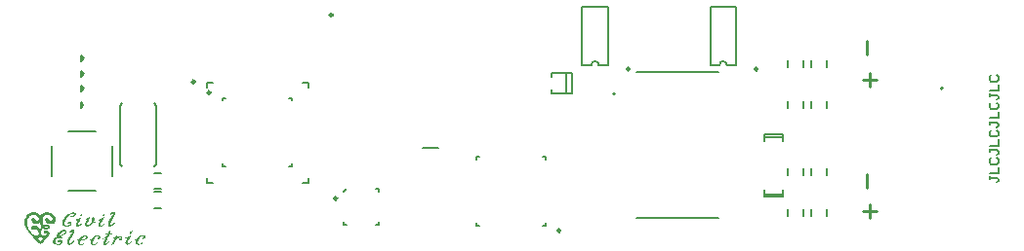
<source format=gto>
G04*
G04 #@! TF.GenerationSoftware,Altium Limited,Altium Designer,18.1.7 (191)*
G04*
G04 Layer_Color=65535*
%FSLAX44Y44*%
%MOMM*%
G71*
G01*
G75*
%ADD10C,0.2000*%
%ADD11C,0.2500*%
%ADD12C,0.1500*%
%ADD13C,0.1270*%
%ADD14C,0.2540*%
G36*
X261438Y320669D02*
X261599Y320605D01*
X261824Y320444D01*
X261857D01*
X261889Y320411D01*
X261986Y320283D01*
X262018Y320218D01*
X262114Y320089D01*
X262082Y320025D01*
X262018Y319896D01*
Y319864D01*
X261986Y319832D01*
X261953Y319767D01*
X261889Y319735D01*
X261857D01*
X261824Y319703D01*
X261663Y319606D01*
X261406Y319478D01*
X261148Y319316D01*
X261116D01*
X261084Y319284D01*
X260923Y319188D01*
X260697Y319059D01*
X260440Y318930D01*
X260182D01*
X260118Y318962D01*
X260053Y319027D01*
X260021Y319091D01*
Y319123D01*
X259989Y319252D01*
X260021Y319478D01*
X260053Y319606D01*
X260118Y319767D01*
Y319799D01*
X260150Y319864D01*
X260279Y320057D01*
X260472Y320283D01*
X260697Y320508D01*
X260730Y320540D01*
X260858Y320605D01*
X261052Y320669D01*
X261245Y320701D01*
X261309D01*
X261438Y320669D01*
D02*
G37*
G36*
X254417Y322151D02*
X254513D01*
X254642Y322118D01*
X254771D01*
X255125Y322086D01*
X255544Y322022D01*
X255576D01*
X255641Y321990D01*
X255866Y321925D01*
X256124Y321764D01*
X256349Y321507D01*
Y321474D01*
X256381Y321442D01*
X256478Y321249D01*
X256543Y320959D01*
Y320798D01*
X256510Y320605D01*
Y320573D01*
X256478Y320476D01*
X256414Y320283D01*
X256317Y320057D01*
X256188Y319799D01*
X255995Y319510D01*
X255770Y319188D01*
X255480Y318833D01*
X255448Y318801D01*
X255319Y318704D01*
X255158Y318543D01*
X254900Y318382D01*
X254578Y318189D01*
X254224Y318060D01*
X253805Y317964D01*
X253354Y317931D01*
X253290D01*
X253064Y317964D01*
X252806Y318028D01*
X252549Y318157D01*
X252484Y318189D01*
X252356Y318318D01*
X252195Y318511D01*
X252001Y318769D01*
X251969Y318801D01*
Y318930D01*
X251937Y319091D01*
X252001Y319284D01*
X252034Y319316D01*
X252098Y319413D01*
X252227Y319542D01*
X252388Y319606D01*
X252420D01*
X252517Y319639D01*
X252871D01*
X252968Y319606D01*
X253032Y319478D01*
X253064Y319413D01*
X253096Y319284D01*
Y319220D01*
X253129Y319091D01*
X253193Y318962D01*
X253322Y318898D01*
X253773D01*
X253837Y318930D01*
X253934Y318962D01*
X254063Y319027D01*
X254224Y319091D01*
X254385Y319220D01*
X254546Y319381D01*
X254707Y319574D01*
X254739Y319606D01*
X254771Y319671D01*
X254836Y319767D01*
X254932Y319928D01*
X255061Y320283D01*
X255093Y320476D01*
Y320669D01*
Y320701D01*
Y320733D01*
X255061Y320862D01*
X254997Y321023D01*
X254868Y321184D01*
X254836Y321217D01*
X254739Y321281D01*
X254578Y321313D01*
X254385Y321345D01*
X254191D01*
X254030Y321313D01*
X253805Y321281D01*
X253773D01*
X253644Y321249D01*
X253451Y321217D01*
X253257Y321152D01*
X253225D01*
X253096Y321088D01*
X252935Y321023D01*
X252710Y320895D01*
X252420Y320766D01*
X252130Y320605D01*
X251550Y320218D01*
X251518Y320186D01*
X251422Y320122D01*
X251261Y319993D01*
X251067Y319832D01*
X250842Y319639D01*
X250616Y319413D01*
X250101Y318898D01*
X250069Y318866D01*
X249972Y318737D01*
X249811Y318576D01*
X249586Y318350D01*
X249360Y318060D01*
X249103Y317738D01*
X248587Y317030D01*
X248555Y316998D01*
X248491Y316869D01*
X248362Y316643D01*
X248201Y316386D01*
X248008Y316096D01*
X247814Y315741D01*
X247396Y314968D01*
Y314936D01*
X247363Y314872D01*
X247299Y314775D01*
X247235Y314614D01*
X247106Y314260D01*
X246977Y313841D01*
Y313809D01*
X246945Y313745D01*
Y313616D01*
X246913Y313487D01*
X246880Y313068D01*
Y312617D01*
Y312585D01*
Y312521D01*
X246913Y312392D01*
X246945Y312231D01*
X247074Y311877D01*
X247267Y311490D01*
X247299Y311458D01*
X247331Y311426D01*
X247525Y311265D01*
X247814Y311071D01*
X248233Y310878D01*
X248265D01*
X248394Y310846D01*
X248555Y310814D01*
X248813Y310781D01*
X249070D01*
X249393Y310814D01*
X249747Y310878D01*
X250133Y311007D01*
X250166Y311039D01*
X250294Y311071D01*
X250488Y311168D01*
X250713Y311297D01*
X250971Y311458D01*
X251228Y311683D01*
X251454Y311909D01*
X251647Y312199D01*
Y312231D01*
X251679Y312295D01*
X251776Y312488D01*
Y312521D01*
X251808Y312585D01*
X251840Y312778D01*
Y312811D01*
Y312843D01*
Y312939D01*
X251808Y313036D01*
Y313068D01*
X251776Y313100D01*
X251712Y313165D01*
X251647Y313197D01*
X251583Y313229D01*
X251518D01*
X251422Y313197D01*
X251389D01*
X251325Y313165D01*
X251261Y313133D01*
X251196Y313068D01*
Y313036D01*
X251132Y313004D01*
X251067Y312811D01*
Y312778D01*
X251035Y312714D01*
X250938Y312521D01*
X250906Y312456D01*
X250842Y312327D01*
X250713Y312166D01*
X250552Y312038D01*
X250520Y312005D01*
X250391Y311973D01*
X250198D01*
X249940Y312005D01*
X249876D01*
X249747Y312070D01*
X249586Y312166D01*
X249457Y312327D01*
X249425Y312360D01*
X249393Y312488D01*
X249360Y312682D01*
Y312972D01*
Y313004D01*
X249393Y313068D01*
Y313165D01*
X249425Y313294D01*
X249554Y313584D01*
X249779Y313841D01*
X249811D01*
X249844Y313906D01*
X250037Y314002D01*
X250294Y314163D01*
X250649Y314324D01*
X250681D01*
X250745Y314356D01*
X250842Y314389D01*
X250971D01*
X251293Y314453D01*
X251744D01*
X251937Y314356D01*
X252227Y314228D01*
X252356Y314099D01*
X252517Y313970D01*
X252549D01*
X252581Y313906D01*
X252742Y313745D01*
X252871Y313487D01*
X252935Y313326D01*
X252968Y313165D01*
Y313133D01*
Y313100D01*
Y313004D01*
Y312875D01*
Y312585D01*
X252871Y312231D01*
Y312199D01*
X252806Y312070D01*
X252742Y311909D01*
X252613Y311716D01*
X252484Y311490D01*
X252323Y311297D01*
X252098Y311071D01*
X251873Y310878D01*
X251840Y310846D01*
X251744Y310814D01*
X251583Y310717D01*
X251389Y310620D01*
X251164Y310492D01*
X250906Y310363D01*
X250294Y310137D01*
X250230Y310105D01*
X250069Y310073D01*
X249811Y310009D01*
X249521Y309976D01*
X249457D01*
X249264Y309944D01*
X249006Y309912D01*
X248716Y309880D01*
X248459D01*
X248298Y309912D01*
X248104Y309944D01*
X247847Y309976D01*
X247299Y310105D01*
X246719Y310298D01*
X246107Y310588D01*
X245560Y310975D01*
X245334Y311200D01*
X245109Y311490D01*
Y311522D01*
X245077Y311555D01*
X245012Y311651D01*
X244980Y311780D01*
X244916Y311941D01*
X244851Y312102D01*
X244755Y312585D01*
X244722Y313165D01*
X244755Y313841D01*
X244819Y314195D01*
X244884Y314614D01*
X245045Y315001D01*
X245206Y315452D01*
Y315484D01*
X245270Y315580D01*
X245334Y315709D01*
X245431Y315870D01*
X245560Y316096D01*
X245689Y316353D01*
X246075Y316965D01*
X246558Y317642D01*
X247106Y318318D01*
X247750Y319027D01*
X248491Y319671D01*
X248523Y319703D01*
X248587Y319735D01*
X248716Y319832D01*
X248877Y319928D01*
X249070Y320089D01*
X249296Y320218D01*
X249586Y320411D01*
X249876Y320605D01*
X250584Y320991D01*
X251422Y321378D01*
X252323Y321764D01*
X253322Y322086D01*
X253354D01*
X253419Y322118D01*
X253515D01*
X253644Y322151D01*
X253998Y322183D01*
X254417Y322151D01*
D02*
G37*
G36*
X280923Y320444D02*
X281149Y320411D01*
X281213Y320379D01*
X281310Y320315D01*
X281439Y320218D01*
X281568Y320057D01*
Y320025D01*
X281600Y319993D01*
Y319799D01*
Y319767D01*
Y319703D01*
X281568Y319639D01*
X281535Y319606D01*
X281503D01*
X281471Y319542D01*
X281278Y319413D01*
X281020Y319252D01*
X280698Y319027D01*
X280666D01*
X280634Y318994D01*
X280537Y318930D01*
X280408Y318898D01*
X280086Y318769D01*
X279699Y318640D01*
Y318672D01*
Y318737D01*
X279667Y318866D01*
Y319027D01*
X279699Y319381D01*
X279764Y319574D01*
X279828Y319767D01*
Y319799D01*
X279861Y319864D01*
X280022Y320057D01*
X280247Y320283D01*
X280408Y320379D01*
X280601Y320444D01*
X280634D01*
X280762Y320476D01*
X280923Y320444D01*
D02*
G37*
G36*
X220921Y322376D02*
X221276Y322312D01*
X221694Y322247D01*
X222145Y322151D01*
X222596Y321990D01*
X223047Y321796D01*
X223111Y321764D01*
X223240Y321700D01*
X223466Y321571D01*
X223756Y321378D01*
X224078Y321152D01*
X224432Y320895D01*
X224818Y320573D01*
X225205Y320186D01*
X225237D01*
X225269Y320122D01*
X225430Y319961D01*
X225463D01*
X225495Y319896D01*
X225624Y319735D01*
X225656D01*
X225720Y319703D01*
X225785Y319671D01*
X225914Y319606D01*
X225946Y319639D01*
X226010Y319735D01*
X226107Y319864D01*
X226236Y319993D01*
X226268Y320025D01*
X226332Y320122D01*
X226461Y320250D01*
X226590Y320379D01*
X226622Y320411D01*
X226751Y320540D01*
X226944Y320701D01*
X227170Y320895D01*
X227492Y321152D01*
X227814Y321378D01*
X228200Y321603D01*
X228619Y321796D01*
X228683Y321829D01*
X228812Y321861D01*
X229038Y321957D01*
X229360Y322054D01*
X229714Y322151D01*
X230100Y322247D01*
X230551Y322312D01*
X231035Y322344D01*
X232001D01*
X232452Y322312D01*
X232967Y322280D01*
X233482Y322183D01*
X234030Y322054D01*
X234062D01*
X234094Y322022D01*
X234287Y321990D01*
X234545Y321861D01*
X234899Y321732D01*
X235318Y321507D01*
X235769Y321281D01*
X236220Y320959D01*
X236671Y320605D01*
X236703Y320573D01*
X236832Y320476D01*
X236993Y320315D01*
X237186Y320089D01*
X237444Y319864D01*
X237701Y319574D01*
X238185Y318898D01*
X238217Y318866D01*
X238281Y318737D01*
X238410Y318543D01*
X238539Y318286D01*
X238668Y317996D01*
X238829Y317642D01*
X238957Y317255D01*
X239086Y316836D01*
Y316804D01*
X239118Y316772D01*
Y316675D01*
X239151Y316579D01*
X239183Y316257D01*
X239215Y315870D01*
X239183Y315387D01*
X239086Y314872D01*
X238925Y314356D01*
X238668Y313809D01*
X238635Y313745D01*
X238507Y313584D01*
X238281Y313358D01*
X237991Y313068D01*
X237637Y312778D01*
X237186Y312521D01*
X236671Y312263D01*
X236059Y312102D01*
X235994D01*
X235898Y312070D01*
X235801D01*
X235479Y312038D01*
X235093Y312005D01*
X234610D01*
X234126Y312038D01*
X233579Y312102D01*
X233064Y312231D01*
X232999Y312263D01*
X232838Y312327D01*
X232580Y312456D01*
X232226Y312617D01*
X231840Y312843D01*
X231421Y313133D01*
X231002Y313519D01*
X230584Y313938D01*
Y313970D01*
X230519Y314002D01*
X230358Y314228D01*
X230197Y314518D01*
X230036Y314872D01*
Y314904D01*
X230004Y314968D01*
X229972Y315065D01*
X229939Y315194D01*
X229907Y315516D01*
Y315903D01*
Y315935D01*
X229939Y315999D01*
Y316128D01*
X229972Y316257D01*
X230100Y316579D01*
X230294Y316901D01*
Y316933D01*
X230358Y316965D01*
X230519Y317126D01*
X230809Y317320D01*
X231163Y317481D01*
X231196D01*
X231260Y317513D01*
X231357D01*
X231485Y317545D01*
X231775D01*
X232065Y317481D01*
X232097D01*
X232129Y317448D01*
X232323Y317352D01*
X232548Y317159D01*
X232806Y316901D01*
X232838Y316869D01*
X232935Y316740D01*
X233031Y316579D01*
X233160Y316386D01*
X233192Y316353D01*
X233289Y316224D01*
X233386Y316031D01*
X233514Y315838D01*
X233547Y315806D01*
X233579Y315741D01*
X233772Y315516D01*
X234094Y315258D01*
X234287Y315162D01*
X234481Y315065D01*
X234513D01*
X234577Y315033D01*
X234706D01*
X234835Y315001D01*
X235221Y315033D01*
X235415Y315097D01*
X235640Y315194D01*
X235672D01*
X235737Y315258D01*
X235930Y315419D01*
X236155Y315677D01*
X236284Y315870D01*
X236349Y316063D01*
Y316096D01*
X236381Y316160D01*
Y316289D01*
X236413Y316450D01*
X236381Y316869D01*
X236349Y317094D01*
X236252Y317320D01*
Y317352D01*
X236220Y317384D01*
X236123Y317609D01*
X235930Y317899D01*
X235672Y318254D01*
X235286Y318640D01*
X234835Y319027D01*
X234287Y319413D01*
X233611Y319703D01*
X233579D01*
X233514Y319735D01*
X233418Y319767D01*
X233289Y319799D01*
X232935Y319896D01*
X232452Y319993D01*
X231904Y320025D01*
X231324Y319993D01*
X230680Y319896D01*
X230390Y319799D01*
X230068Y319671D01*
X230036D01*
X229939Y319606D01*
X229778Y319510D01*
X229585Y319413D01*
X229392Y319252D01*
X229166Y319059D01*
X228941Y318866D01*
X228748Y318608D01*
X228715Y318576D01*
X228651Y318479D01*
X228587Y318350D01*
X228458Y318157D01*
X228329Y317931D01*
X228232Y317674D01*
X228007Y317094D01*
Y317030D01*
X227975Y316901D01*
X227910Y316643D01*
X227878Y316321D01*
X227814Y315967D01*
X227749Y315548D01*
X227717Y314646D01*
Y314582D01*
Y314421D01*
X227749Y314195D01*
X227782Y313873D01*
X227814Y313487D01*
X227878Y313068D01*
X227975Y312617D01*
X228104Y312166D01*
Y312134D01*
X228136Y312070D01*
X228232Y311844D01*
X228361Y311619D01*
X228426Y311522D01*
X228490Y311458D01*
X228877D01*
X229070Y311490D01*
X229263Y311522D01*
X229295D01*
X229424Y311555D01*
X229585Y311587D01*
X229811Y311619D01*
X230068D01*
X230358Y311651D01*
X231002Y311619D01*
X231035D01*
X231131Y311587D01*
X231324Y311555D01*
X231518Y311522D01*
X231775Y311458D01*
X232065Y311361D01*
X232645Y311136D01*
X232677D01*
X232709Y311104D01*
X232741D01*
X232806Y311071D01*
X232838D01*
X232870Y311007D01*
X233096Y310878D01*
X233353Y310653D01*
X233643Y310395D01*
X233675Y310363D01*
X233708Y310331D01*
X233772Y310234D01*
X233836Y310137D01*
X233933Y309815D01*
X233997Y309622D01*
Y309397D01*
Y309364D01*
Y309300D01*
X233965Y309171D01*
Y309042D01*
X233836Y308688D01*
X233740Y308527D01*
X233611Y308366D01*
X233579D01*
X233547Y308302D01*
X233353Y308141D01*
X233031Y307947D01*
X232677Y307754D01*
X232645Y307722D01*
X232484Y307690D01*
X232290Y307625D01*
X232001Y307529D01*
X231679Y307464D01*
X231292Y307400D01*
X230906Y307335D01*
X230487D01*
X230326Y307368D01*
X230133Y307400D01*
X229843Y307432D01*
X229521Y307529D01*
X229166Y307657D01*
X228812Y307851D01*
X228426Y308076D01*
X228393Y308108D01*
X228265Y308173D01*
X228104Y308269D01*
X227943D01*
X227846Y308205D01*
X227717Y308108D01*
X227588Y307947D01*
X227556Y307915D01*
X227492Y307786D01*
X227363Y307593D01*
X227234Y307368D01*
X227073Y307078D01*
X226912Y306756D01*
X226783Y306401D01*
X226654Y306015D01*
Y305983D01*
X226622Y305822D01*
X226558Y305628D01*
X226525Y305371D01*
X226493Y305016D01*
Y304662D01*
Y304244D01*
X226525Y303825D01*
Y303793D01*
X226558Y303696D01*
X226590Y303567D01*
X226654Y303374D01*
X226751Y303148D01*
X226880Y302955D01*
X227009Y302730D01*
X227202Y302504D01*
X227234Y302472D01*
X227298Y302408D01*
X227427Y302311D01*
X227588Y302214D01*
X227782Y302118D01*
X228007Y301989D01*
X228232Y301924D01*
X228522Y301860D01*
X228780D01*
X228973Y301892D01*
X229199Y301924D01*
X229456Y301989D01*
X229746Y302086D01*
X230036Y302247D01*
X230068Y302279D01*
X230165Y302343D01*
X230294Y302440D01*
X230487Y302569D01*
X230841Y302923D01*
X230970Y303116D01*
X231099Y303342D01*
Y303374D01*
X231131Y303406D01*
Y303567D01*
Y303760D01*
X231067Y303986D01*
X231035Y304018D01*
X230938Y304115D01*
X230745Y304211D01*
X230487Y304244D01*
X230455D01*
X230358Y304211D01*
X230197Y304179D01*
X230036Y304147D01*
X230004D01*
X229907Y304115D01*
X229778Y304082D01*
X229617Y304050D01*
X229585D01*
X229456Y304018D01*
X229263Y303986D01*
X229038D01*
X228909Y304018D01*
X228780Y304082D01*
X228619Y304244D01*
X228587Y304276D01*
X228522Y304405D01*
X228458Y304598D01*
X228426Y304791D01*
Y304855D01*
X228458Y304984D01*
X228490Y305145D01*
X228554Y305371D01*
Y305403D01*
X228587Y305435D01*
X228683Y305596D01*
X228844Y305822D01*
X229070Y305983D01*
X229102D01*
X229134Y306015D01*
X229295Y306079D01*
X229521Y306176D01*
X229811Y306240D01*
X229843D01*
X229972Y306273D01*
X230390D01*
X230648Y306305D01*
X230970Y306273D01*
X231614Y306208D01*
X231646D01*
X231743Y306176D01*
X231904Y306112D01*
X232129Y306047D01*
X232355Y305950D01*
X232645Y305822D01*
X232903Y305661D01*
X233192Y305435D01*
X233225Y305403D01*
X233289Y305338D01*
X233418Y305242D01*
X233547Y305113D01*
X233804Y304759D01*
X233901Y304533D01*
X233965Y304308D01*
Y304276D01*
X233997Y304211D01*
Y304082D01*
Y303921D01*
X233965Y303728D01*
X233901Y303503D01*
X233804Y303277D01*
X233643Y303020D01*
X233611Y302987D01*
X233579Y302891D01*
X233482Y302762D01*
X233386Y302601D01*
X233064Y302182D01*
X232709Y301699D01*
X232677Y301667D01*
X232613Y301602D01*
X232516Y301474D01*
X232387Y301313D01*
X232065Y300926D01*
X231711Y300475D01*
Y300443D01*
X231646Y300411D01*
X231485Y300218D01*
X231228Y299928D01*
X230906Y299541D01*
X230487Y299090D01*
X230036Y298607D01*
X229553Y298092D01*
X229038Y297544D01*
X228973Y297480D01*
X228812Y297287D01*
X228522Y297029D01*
X228168Y296675D01*
X227749Y296256D01*
X227266Y295805D01*
X226719Y295322D01*
X226171Y294839D01*
X226139Y294807D01*
X226042Y294710D01*
X225978Y294678D01*
X225849Y294613D01*
X225817Y294646D01*
X225753Y294678D01*
X225656Y294774D01*
X225527Y294871D01*
X225205Y295129D01*
X224818Y295419D01*
X224786Y295451D01*
X224722Y295483D01*
X224625Y295580D01*
X224496Y295676D01*
X224207Y295966D01*
X223852Y296288D01*
X223820Y296320D01*
X223756Y296385D01*
X223627Y296514D01*
X223466Y296675D01*
X223272Y296868D01*
X223015Y297094D01*
X222757Y297351D01*
X222467Y297641D01*
X221791Y298317D01*
X221050Y299090D01*
X220277Y299895D01*
X219504Y300733D01*
X219472Y300765D01*
X219408Y300830D01*
X219311Y300958D01*
X219150Y301119D01*
X218957Y301345D01*
X218731Y301602D01*
X218506Y301860D01*
X218216Y302182D01*
X217604Y302891D01*
X216960Y303696D01*
X216251Y304598D01*
X215543Y305499D01*
X215511Y305564D01*
X215382Y305725D01*
X215221Y305950D01*
X214963Y306273D01*
X214705Y306659D01*
X214415Y307078D01*
X213804Y307980D01*
X213771Y308044D01*
X213675Y308205D01*
X213514Y308463D01*
X213353Y308817D01*
X213127Y309236D01*
X212934Y309687D01*
X212709Y310202D01*
X212515Y310749D01*
Y310781D01*
X212483Y310814D01*
X212451Y310910D01*
X212419Y311039D01*
X212354Y311394D01*
X212258Y311812D01*
X212129Y312327D01*
X212064Y312907D01*
X212000Y313519D01*
X211968Y314131D01*
Y314163D01*
Y314260D01*
Y314421D01*
X212000Y314614D01*
Y314872D01*
X212032Y315130D01*
X212097Y315677D01*
Y315709D01*
X212129Y315774D01*
X212161Y315903D01*
X212193Y316063D01*
X212258Y316289D01*
X212322Y316514D01*
X212547Y317094D01*
X212837Y317771D01*
X213256Y318511D01*
X213514Y318898D01*
X213771Y319284D01*
X214093Y319671D01*
X214448Y320057D01*
X214512Y320122D01*
X214673Y320283D01*
X214899Y320508D01*
X215253Y320766D01*
X215639Y321056D01*
X216122Y321378D01*
X216606Y321635D01*
X217153Y321861D01*
X217185D01*
X217218Y321893D01*
X217411Y321957D01*
X217733Y322022D01*
X218119Y322151D01*
X218603Y322247D01*
X219150Y322312D01*
X219762Y322376D01*
X220406Y322408D01*
X220664D01*
X220921Y322376D01*
D02*
G37*
G36*
X268459Y318125D02*
X268556Y318060D01*
X268588D01*
X268620Y317996D01*
X268652Y317899D01*
X268685Y317771D01*
Y317738D01*
Y317674D01*
Y317448D01*
Y317416D01*
X268620Y317320D01*
X268556Y317126D01*
X268459Y316933D01*
X268363Y316675D01*
X268234Y316386D01*
X267944Y315774D01*
X267912Y315741D01*
X267880Y315645D01*
X267815Y315484D01*
X267719Y315258D01*
X267590Y315033D01*
X267461Y314743D01*
X267171Y314131D01*
Y314099D01*
X267139Y314034D01*
X267074Y313938D01*
X267010Y313777D01*
X266849Y313423D01*
X266688Y313004D01*
Y312972D01*
X266656Y312907D01*
X266591Y312811D01*
X266559Y312649D01*
X266398Y312327D01*
X266237Y311909D01*
Y311877D01*
X266205Y311812D01*
X266173Y311587D01*
Y311555D01*
Y311490D01*
X266140Y311329D01*
Y311265D01*
Y311136D01*
X266205Y310975D01*
X266334Y310846D01*
X266366Y310814D01*
X266462Y310781D01*
X266623Y310749D01*
X266817Y310781D01*
X266849Y310814D01*
X266881D01*
X266913Y310846D01*
X266945Y310878D01*
X267074Y310943D01*
X267235Y311071D01*
X267429Y311232D01*
X267686Y311394D01*
X267976Y311619D01*
X268588Y312070D01*
X268620Y312102D01*
X268717Y312199D01*
X268878Y312327D01*
X269071Y312488D01*
X269297Y312714D01*
X269554Y312972D01*
X270037Y313551D01*
X270070Y313584D01*
X270134Y313712D01*
X270198Y313873D01*
X270231Y314034D01*
Y314067D01*
Y314195D01*
X270198Y314389D01*
X270166Y314582D01*
Y314614D01*
X270134Y314743D01*
X270102Y314904D01*
X270070Y315130D01*
Y315387D01*
Y315677D01*
Y315967D01*
X270134Y316257D01*
Y316289D01*
X270166Y316386D01*
X270231Y316547D01*
X270327Y316740D01*
X270456Y316965D01*
X270649Y317191D01*
X270875Y317448D01*
X271132Y317674D01*
X271165Y317706D01*
X271294Y317803D01*
X271455Y317899D01*
X271648Y317996D01*
X271712Y318028D01*
X271841Y318060D01*
X272034D01*
X272260Y317996D01*
X272292D01*
X272324Y317964D01*
X272453Y317867D01*
X272614Y317706D01*
X272743Y317513D01*
Y317448D01*
X272775Y317320D01*
X272807Y317094D01*
Y316836D01*
Y316772D01*
Y316611D01*
X272775Y316386D01*
X272743Y316128D01*
Y316063D01*
X272711Y315903D01*
X272646Y315709D01*
X272582Y315452D01*
Y315387D01*
X272517Y315226D01*
X272453Y315033D01*
X272356Y314775D01*
X272324Y314711D01*
X272292Y314550D01*
X272195Y314324D01*
X272099Y314067D01*
X272131D01*
X272163Y314002D01*
X272356Y313906D01*
X272614Y313841D01*
X272775D01*
X272936Y313873D01*
X272968D01*
X273000Y313906D01*
X273194Y313938D01*
X273484D01*
X273806Y313873D01*
X273773Y313841D01*
X273741Y313777D01*
X273548Y313584D01*
X273290Y313358D01*
X272936Y313133D01*
X272904D01*
X272839Y313100D01*
X272743Y313068D01*
X272614Y313036D01*
X272292Y313004D01*
X272099D01*
X271873Y313036D01*
X271809D01*
X271680Y313068D01*
X271487Y313036D01*
X271294Y313004D01*
X271261Y312972D01*
X271165Y312939D01*
X271036Y312843D01*
X270875Y312682D01*
Y312649D01*
X270810Y312617D01*
X270649Y312424D01*
X270424Y312166D01*
X270166Y311877D01*
X270134Y311844D01*
X270102Y311812D01*
X269941Y311619D01*
X269683Y311394D01*
X269393Y311168D01*
X269361Y311136D01*
X269264Y311039D01*
X269071Y310910D01*
X268878Y310749D01*
X268588Y310588D01*
X268298Y310427D01*
X267944Y310266D01*
X267590Y310137D01*
X267557D01*
X267429Y310105D01*
X267235Y310041D01*
X266978Y310009D01*
X266656Y309976D01*
X266301D01*
X265915Y310009D01*
X265496Y310073D01*
X265464D01*
X265399Y310105D01*
X265174Y310170D01*
X264916Y310298D01*
X264820Y310395D01*
X264723Y310492D01*
X264691Y310556D01*
X264594Y310717D01*
X264498Y311007D01*
X264433Y311394D01*
Y311426D01*
Y311458D01*
X264401Y311683D01*
X264433Y311973D01*
X264466Y312295D01*
Y312327D01*
X264498Y312360D01*
X264562Y312585D01*
X264659Y312843D01*
X264788Y313165D01*
Y313197D01*
X264820Y313262D01*
X264884Y313390D01*
X264949Y313519D01*
X265142Y313873D01*
X265335Y314292D01*
Y314324D01*
X265367Y314389D01*
X265432Y314485D01*
X265496Y314646D01*
X265689Y315001D01*
X265883Y315419D01*
X265915Y315452D01*
X265947Y315516D01*
X266044Y315709D01*
X266076Y315741D01*
X266108Y315806D01*
X266173Y315935D01*
X266237Y316096D01*
X266044D01*
X265850Y316063D01*
X265625D01*
X265496Y316031D01*
X265335D01*
X265174Y315999D01*
Y316031D01*
Y316063D01*
Y316160D01*
Y316192D01*
Y316224D01*
X265206Y316257D01*
X265303Y316321D01*
X265432Y316418D01*
X265593Y316514D01*
X266044Y316836D01*
X266527Y317159D01*
X266559Y317191D01*
X266656Y317255D01*
X266784Y317352D01*
X266978Y317448D01*
X267396Y317771D01*
X267912Y318093D01*
X267944D01*
X268008Y318125D01*
X268105Y318157D01*
X268363D01*
X268459Y318125D01*
D02*
G37*
G36*
X261567Y318254D02*
X261535Y318157D01*
X261470Y317996D01*
X261374Y317803D01*
X261116Y317352D01*
X260858Y316836D01*
Y316804D01*
X260794Y316708D01*
X260762Y316579D01*
X260665Y316418D01*
X260472Y315967D01*
X260214Y315484D01*
Y315452D01*
X260150Y315387D01*
X260118Y315258D01*
X260021Y315130D01*
X259828Y314743D01*
X259602Y314324D01*
Y314292D01*
X259538Y314228D01*
X259473Y314099D01*
X259409Y313970D01*
X259184Y313584D01*
X258958Y313133D01*
X258926Y313100D01*
X258894Y313004D01*
X258797Y312843D01*
X258733Y312649D01*
X258700Y312617D01*
X258668Y312521D01*
X258572Y312360D01*
X258507Y312166D01*
Y312134D01*
X258475Y312102D01*
X258411Y311909D01*
X258346Y311651D01*
X258314Y311394D01*
Y311361D01*
X258346Y311232D01*
X258411Y311071D01*
X258539Y310943D01*
X258572D01*
X258604Y310910D01*
X258765Y310878D01*
X258958Y310846D01*
X259087Y310878D01*
X259184Y310910D01*
X259216Y310943D01*
X259345Y311007D01*
X259506Y311104D01*
X259699Y311232D01*
X259731D01*
X259763Y311297D01*
X259956Y311458D01*
X260214Y311683D01*
X260536Y311941D01*
X260569Y311973D01*
X260601Y312005D01*
X260794Y312166D01*
X261052Y312424D01*
X261341Y312682D01*
X261374Y312714D01*
X261438Y312778D01*
X261663Y312972D01*
X261696Y313004D01*
X261760Y313068D01*
X261986Y313262D01*
X262018Y313229D01*
X262114Y313133D01*
X262179Y313004D01*
X262211Y312875D01*
Y312843D01*
X262179Y312778D01*
X262082Y312585D01*
X262050Y312553D01*
X261986Y312456D01*
X261889Y312295D01*
X261728Y312134D01*
X261341Y311683D01*
X260858Y311200D01*
X260826Y311168D01*
X260762Y311104D01*
X260633Y310975D01*
X260440Y310846D01*
X260214Y310685D01*
X259989Y310524D01*
X259699Y310331D01*
X259377Y310170D01*
X259345D01*
X259312Y310137D01*
X259216Y310105D01*
X259087Y310073D01*
X258797Y310009D01*
X258443Y309976D01*
X258249D01*
X258121Y310009D01*
X257831Y310073D01*
X257477Y310170D01*
X257444D01*
X257412Y310202D01*
X257219Y310331D01*
X256994Y310524D01*
X256768Y310814D01*
Y310846D01*
X256736Y310910D01*
X256704Y311007D01*
X256671Y311136D01*
X256639Y311458D01*
Y311877D01*
Y311909D01*
Y311941D01*
X256704Y312134D01*
X256768Y312392D01*
X256865Y312682D01*
Y312714D01*
X256897Y312746D01*
X256961Y312939D01*
X257058Y313197D01*
X257155Y313487D01*
Y313519D01*
X257187Y313551D01*
X257283Y313745D01*
X257412Y314002D01*
X257573Y314324D01*
Y314356D01*
X257605Y314389D01*
X257734Y314582D01*
X257863Y314872D01*
X258056Y315226D01*
X257283D01*
X257155Y315258D01*
X257122D01*
X257026Y315291D01*
X256897Y315323D01*
X256736Y315387D01*
X256704Y315419D01*
X256607Y315452D01*
X256381Y315580D01*
X256349Y315613D01*
X256285Y315709D01*
X256220Y315870D01*
X256253Y316031D01*
Y316063D01*
X256317Y316160D01*
X256446Y316257D01*
X256607Y316289D01*
X256800D01*
X256994Y316321D01*
X257283Y316353D01*
X257573Y316386D01*
X257927Y316482D01*
X258249Y316579D01*
X258604Y316740D01*
X258636Y316772D01*
X258765Y316804D01*
X258958Y316901D01*
X259184Y317030D01*
X259473Y317159D01*
X259763Y317320D01*
X260440Y317674D01*
X260472Y317706D01*
X260601Y317771D01*
X260762Y317867D01*
X260955Y317964D01*
X260987Y317996D01*
X261148Y318060D01*
X261341Y318157D01*
X261599Y318286D01*
X261567Y318254D01*
D02*
G37*
G36*
X289555Y322634D02*
X289748Y322569D01*
X289780D01*
X289845Y322537D01*
X290070Y322473D01*
X290328Y322312D01*
X290553Y322086D01*
X290586Y322022D01*
X290682Y321861D01*
X290747Y321571D01*
Y321410D01*
X290714Y321217D01*
Y321184D01*
Y321152D01*
X290650Y320927D01*
X290586Y320637D01*
X290457Y320315D01*
Y320283D01*
X290424Y320250D01*
X290360Y320057D01*
X290231Y319799D01*
X290070Y319510D01*
X290038Y319445D01*
X289941Y319252D01*
X289780Y318962D01*
X289555Y318576D01*
X289297Y318125D01*
X289040Y317642D01*
X288718Y317094D01*
X288396Y316547D01*
X288363Y316482D01*
X288235Y316289D01*
X288073Y315999D01*
X287848Y315645D01*
X287590Y315194D01*
X287300Y314711D01*
X287011Y314163D01*
X286688Y313616D01*
X286656Y313551D01*
X286592Y313423D01*
X286463Y313197D01*
X286366Y312907D01*
Y312875D01*
X286334Y312843D01*
X286302Y312682D01*
X286238Y312424D01*
X286173Y312134D01*
Y312102D01*
Y312038D01*
X286141Y311844D01*
X286173Y311587D01*
X286238Y311490D01*
X286334Y311394D01*
X286399Y311361D01*
X286528Y311329D01*
X286785Y311297D01*
X286914Y311329D01*
X287107Y311361D01*
X287139D01*
X287204Y311394D01*
X287300Y311426D01*
X287397Y311490D01*
X287687Y311619D01*
X287977Y311844D01*
X288009Y311877D01*
X288041Y311909D01*
X288202Y312070D01*
X288460Y312295D01*
X288718Y312585D01*
X288750Y312617D01*
X288846Y312746D01*
X288975Y312907D01*
X289136Y313068D01*
X289168Y313100D01*
X289265Y313197D01*
X289394Y313326D01*
X289587Y313455D01*
X289619D01*
X289684Y313487D01*
X289780Y313519D01*
X290070D01*
X290199Y313487D01*
X290264Y313423D01*
X290296Y313390D01*
X290328Y313358D01*
X290360Y313229D01*
Y313068D01*
Y313036D01*
Y312939D01*
X290328Y312811D01*
X290264Y312714D01*
X290231Y312682D01*
X290135Y312585D01*
X290006Y312424D01*
X289845Y312231D01*
X289619Y312005D01*
X289394Y311780D01*
X288879Y311265D01*
X288846Y311232D01*
X288750Y311136D01*
X288589Y311007D01*
X288396Y310846D01*
X288138Y310685D01*
X287848Y310492D01*
X287526Y310298D01*
X287172Y310105D01*
X287139Y310073D01*
X287011Y310041D01*
X286817Y309976D01*
X286560Y309944D01*
X286270Y309912D01*
X285980Y309944D01*
X285658Y310009D01*
X285336Y310170D01*
X285304Y310202D01*
X285207Y310266D01*
X285078Y310395D01*
X284949Y310556D01*
X284788Y310781D01*
X284627Y311039D01*
X284498Y311329D01*
X284434Y311651D01*
Y311683D01*
Y311748D01*
X284402Y311909D01*
Y311941D01*
Y312005D01*
Y312134D01*
X284370Y312263D01*
Y312295D01*
X284402Y312392D01*
Y312553D01*
X284434Y312746D01*
X284498Y313004D01*
X284563Y313262D01*
X284692Y313841D01*
Y313873D01*
X284724Y313970D01*
X284788Y314131D01*
X284853Y314324D01*
X284949Y314550D01*
X285046Y314807D01*
X285271Y315355D01*
X285304Y315387D01*
X285336Y315484D01*
X285432Y315645D01*
X285561Y315838D01*
X285722Y316063D01*
X285883Y316321D01*
X286238Y316869D01*
X286270Y316901D01*
X286334Y316998D01*
X286431Y317159D01*
X286560Y317352D01*
X286721Y317577D01*
X286882Y317835D01*
X287268Y318382D01*
Y318415D01*
X287333Y318447D01*
X287461Y318640D01*
X287655Y318898D01*
X287880Y319155D01*
Y319188D01*
X287945Y319220D01*
X288073Y319381D01*
X288267Y319639D01*
X288492Y319896D01*
X288524Y319928D01*
X288556Y319993D01*
X288685Y320154D01*
Y320186D01*
X288718Y320250D01*
X288814Y320444D01*
Y320476D01*
X288846Y320605D01*
X288814Y320733D01*
X288750Y320895D01*
X288718Y320927D01*
X288653Y320959D01*
X288524Y320991D01*
X288331Y320959D01*
X288299Y320927D01*
X288170Y320895D01*
X288009Y320798D01*
X287848Y320701D01*
X287816Y320669D01*
X287687Y320605D01*
X287526Y320508D01*
X287365Y320379D01*
X287333Y320347D01*
X287236Y320283D01*
X287107Y320154D01*
X286946Y319993D01*
X286914Y319961D01*
X286817Y319928D01*
X286592D01*
X286495Y319993D01*
X286463Y320025D01*
X286366Y320154D01*
X286302Y320315D01*
Y320508D01*
Y320573D01*
X286366Y320701D01*
X286399Y320862D01*
X286495Y321088D01*
X286528Y321120D01*
X286592Y321217D01*
X286688Y321378D01*
X286817Y321539D01*
X287011Y321764D01*
X287268Y321957D01*
X287558Y322151D01*
X287912Y322344D01*
X287945D01*
X288041Y322408D01*
X288170Y322440D01*
X288331Y322505D01*
X288750Y322602D01*
X289201Y322666D01*
X289362D01*
X289555Y322634D01*
D02*
G37*
G36*
X281117Y318028D02*
X281084Y317931D01*
X281020Y317771D01*
X280923Y317577D01*
X280795Y317352D01*
X280666Y317126D01*
X280408Y316579D01*
Y316547D01*
X280344Y316450D01*
X280279Y316321D01*
X280183Y316160D01*
X279957Y315709D01*
X279699Y315226D01*
Y315194D01*
X279635Y315130D01*
X279603Y315001D01*
X279506Y314872D01*
X279313Y314485D01*
X279088Y314067D01*
Y314034D01*
X279023Y313970D01*
X278959Y313841D01*
X278894Y313712D01*
X278701Y313326D01*
X278476Y312907D01*
X278444Y312875D01*
X278411Y312778D01*
X278315Y312617D01*
X278250Y312424D01*
X278218Y312392D01*
X278186Y312295D01*
X278089Y312134D01*
X278025Y311941D01*
Y311909D01*
X277993Y311877D01*
X277928Y311683D01*
X277864Y311458D01*
Y311200D01*
Y311136D01*
X277896Y311039D01*
X277960Y310878D01*
X278089Y310749D01*
X278121D01*
X278154Y310717D01*
X278315Y310653D01*
X278508Y310620D01*
X278605Y310653D01*
X278701Y310685D01*
X278766Y310717D01*
X278862Y310781D01*
X279055Y310878D01*
X279216Y311007D01*
X279249Y311039D01*
X279281Y311071D01*
X279506Y311232D01*
X279764Y311490D01*
X280086Y311748D01*
X280118Y311780D01*
X280150Y311812D01*
X280344Y312005D01*
X280634Y312263D01*
X280956Y312553D01*
X280988Y312585D01*
X281052Y312649D01*
X281245Y312811D01*
X281278Y312843D01*
X281342Y312875D01*
X281568Y313068D01*
X281600Y313004D01*
X281664Y312875D01*
X281696Y312714D01*
Y312553D01*
Y312521D01*
X281664Y312456D01*
X281503Y312231D01*
X281471Y312199D01*
X281406Y312102D01*
X281310Y311973D01*
X281181Y311812D01*
X280859Y311426D01*
X280440Y311007D01*
X280408Y310975D01*
X280344Y310910D01*
X280215Y310814D01*
X280054Y310685D01*
X279828Y310524D01*
X279603Y310363D01*
X279088Y310041D01*
X279055D01*
X278959Y309976D01*
X278830Y309944D01*
X278701Y309880D01*
X278669D01*
X278572Y309848D01*
X278444Y309815D01*
X278315Y309783D01*
X277670D01*
X277381Y309848D01*
X277091Y309944D01*
X276833Y310073D01*
X276575Y310298D01*
X276543Y310331D01*
X276479Y310427D01*
X276382Y310556D01*
X276286Y310781D01*
X276221Y311039D01*
X276157Y311329D01*
X276189Y311683D01*
X276253Y312070D01*
Y312102D01*
X276286Y312134D01*
X276350Y312360D01*
X276447Y312649D01*
X276608Y312972D01*
Y313004D01*
X276640Y313036D01*
X276737Y313262D01*
X276865Y313551D01*
X277026Y313873D01*
X277059Y313906D01*
X277091Y314034D01*
X277187Y314228D01*
X277284Y314421D01*
X277316Y314485D01*
X277381Y314614D01*
X277477Y314807D01*
X277574Y315065D01*
X277187D01*
X276994Y315033D01*
X276672D01*
X276511Y315065D01*
X276479D01*
X276382Y315130D01*
X276157Y315258D01*
X276124Y315291D01*
X276060Y315355D01*
X275835Y315548D01*
Y315580D01*
X275802Y315645D01*
X275770Y315741D01*
X275802Y315870D01*
Y315903D01*
X275867Y315967D01*
X275963Y316031D01*
X276124Y316063D01*
X276350D01*
X276575Y316096D01*
X276898Y316128D01*
X277284Y316224D01*
X277670Y316321D01*
X278089Y316482D01*
X278508Y316675D01*
X278572Y316708D01*
X278701Y316772D01*
X278894Y316901D01*
X279184Y317062D01*
X279506Y317255D01*
X279893Y317448D01*
X280698Y317867D01*
X280730D01*
X280762Y317899D01*
X280891Y317931D01*
X280956Y317964D01*
X281020Y318028D01*
X281149Y318060D01*
X281117Y318028D01*
D02*
G37*
G36*
X286495Y306208D02*
X286592Y306176D01*
X286688Y306112D01*
X286721Y306079D01*
X286817Y305950D01*
X286882Y305725D01*
Y305435D01*
Y305403D01*
X286849Y305338D01*
X286785Y305145D01*
Y305113D01*
X286753Y305049D01*
X286656Y304855D01*
Y304823D01*
X286624Y304791D01*
X286560Y304598D01*
Y304566D01*
X286528Y304501D01*
X286463Y304405D01*
X286399Y304244D01*
X286463D01*
X286624Y304211D01*
X286849D01*
X287075Y304179D01*
X287139D01*
X287268Y304147D01*
X287461D01*
X287687Y304115D01*
X287719D01*
X287816Y304082D01*
X287945Y304050D01*
X288106Y304018D01*
X288138Y303986D01*
X288202Y303921D01*
X288299Y303825D01*
X288331Y303631D01*
Y303567D01*
X288299Y303470D01*
X288235Y303309D01*
X288106Y303213D01*
X288073D01*
X287977Y303181D01*
X287848Y303148D01*
X287655Y303116D01*
X287268D01*
X287043Y303084D01*
X286688D01*
X286463Y303116D01*
X286238D01*
X286044Y303084D01*
X285819Y302987D01*
X285787Y302955D01*
X285690Y302859D01*
X285561Y302698D01*
X285432Y302472D01*
Y302440D01*
X285368Y302375D01*
X285336Y302247D01*
X285239Y302086D01*
X285046Y301667D01*
X284788Y301184D01*
Y301152D01*
X284724Y301087D01*
X284660Y300958D01*
X284595Y300797D01*
X284370Y300411D01*
X284112Y299928D01*
X284080Y299895D01*
X284048Y299799D01*
X283951Y299638D01*
X283854Y299412D01*
X283725Y299187D01*
X283597Y298897D01*
X283274Y298317D01*
X283242Y298285D01*
X283210Y298188D01*
X283113Y298027D01*
X283017Y297802D01*
X282888Y297577D01*
X282759Y297287D01*
X282469Y296675D01*
X282437Y296610D01*
X282373Y296481D01*
X282308Y296320D01*
X282212Y296095D01*
X282180Y296031D01*
X282147Y295902D01*
X282083Y295741D01*
X282051Y295515D01*
Y295483D01*
Y295451D01*
Y295258D01*
X282115Y295064D01*
X282180Y294968D01*
X282276Y294903D01*
X282341Y294871D01*
X282469Y294839D01*
X282695D01*
X282824Y294871D01*
X282952Y294936D01*
X283017Y294968D01*
X283146Y295032D01*
X283339Y295129D01*
X283532Y295290D01*
X283597Y295322D01*
X283725Y295451D01*
X283887Y295580D01*
X284080Y295773D01*
X284144Y295837D01*
X284273Y295998D01*
X284498Y296224D01*
X284756Y296481D01*
Y296514D01*
X284820Y296546D01*
X284949Y296707D01*
X285143Y296932D01*
X285368Y297190D01*
X285400D01*
X285432Y297158D01*
X285465Y297126D01*
X285529Y297094D01*
Y297061D01*
X285497Y297029D01*
X285465Y296836D01*
Y296804D01*
X285432Y296771D01*
X285368Y296578D01*
Y296546D01*
X285304Y296481D01*
X285239Y296353D01*
X285175Y296192D01*
X284949Y295837D01*
X284660Y295419D01*
X284627Y295387D01*
X284595Y295322D01*
X284498Y295258D01*
X284370Y295129D01*
X284080Y294807D01*
X283693Y294485D01*
X283661D01*
X283629Y294420D01*
X283436Y294324D01*
X283178Y294163D01*
X282856Y294034D01*
X282824D01*
X282791Y294002D01*
X282566Y293969D01*
X282276Y293905D01*
X281954Y293873D01*
X281729D01*
X281632Y293905D01*
X281503D01*
X281213Y294034D01*
X281052Y294098D01*
X280891Y294227D01*
X280859Y294259D01*
X280827Y294291D01*
X280762Y294388D01*
X280666Y294517D01*
X280537Y294839D01*
X280473Y295032D01*
Y295225D01*
Y295258D01*
Y295290D01*
Y295515D01*
X280505Y295805D01*
X280537Y296127D01*
Y296159D01*
Y296192D01*
X280601Y296385D01*
X280666Y296643D01*
X280762Y296965D01*
Y296997D01*
X280795Y297094D01*
X280859Y297222D01*
X280923Y297416D01*
X281084Y297834D01*
X281278Y298349D01*
Y298382D01*
X281342Y298478D01*
X281406Y298607D01*
X281471Y298768D01*
X281568Y298962D01*
X281696Y299219D01*
X281922Y299734D01*
X281890D01*
X281793Y299702D01*
X281664Y299670D01*
X281503Y299638D01*
X281117Y299509D01*
X280666Y299412D01*
X280634D01*
X280569Y299380D01*
X280440Y299348D01*
X280279Y299316D01*
X279893Y299219D01*
X279474Y299123D01*
X279442Y299155D01*
X279410Y299187D01*
Y299219D01*
X279377Y299284D01*
X279410D01*
X279442Y299316D01*
X279635Y299412D01*
X279893Y299541D01*
X280215Y299670D01*
X280247D01*
X280279Y299702D01*
X280505Y299799D01*
X280762Y299928D01*
X281052Y300089D01*
X281084D01*
X281117Y300121D01*
X281310Y300250D01*
X281535Y300443D01*
X281825Y300636D01*
X281857D01*
X281890Y300701D01*
X282083Y300830D01*
X282341Y301023D01*
X282598Y301280D01*
X282663Y301345D01*
X282791Y301506D01*
X282985Y301731D01*
X283210Y302053D01*
Y302086D01*
X283274Y302118D01*
X283403Y302343D01*
X283629Y302633D01*
X283919Y302987D01*
X283854D01*
X283661Y303020D01*
X283081D01*
X282952Y303052D01*
X282791D01*
X282566Y303084D01*
X282534D01*
X282502Y303116D01*
X282308Y303181D01*
X282276D01*
X282244Y303213D01*
X282083Y303309D01*
Y303342D01*
X282115Y303406D01*
X282244Y303631D01*
Y303664D01*
X282308Y303728D01*
X282341Y303825D01*
X282437Y303857D01*
X282502Y303889D01*
X282630Y303921D01*
X282824Y303986D01*
X283049Y304050D01*
X283113D01*
X283242Y304082D01*
X283725D01*
X283887Y304115D01*
X284112Y304147D01*
X284305Y304211D01*
X284337Y304244D01*
X284434Y304340D01*
X284563Y304501D01*
X284724Y304727D01*
X284756Y304791D01*
X284820Y304920D01*
X284917Y305081D01*
X285078Y305306D01*
X285110Y305338D01*
X285175Y305467D01*
X285304Y305628D01*
X285465Y305822D01*
X285497Y305854D01*
X285529Y305886D01*
X285722Y306047D01*
X285755Y306079D01*
X285819Y306112D01*
X285916Y306176D01*
X286044Y306208D01*
X286077D01*
X286109Y306240D01*
X286270D01*
X286495Y306208D01*
D02*
G37*
G36*
X305852Y306691D02*
X305820Y306659D01*
X305755Y306434D01*
X305658Y306144D01*
X305530Y305854D01*
Y305822D01*
X305497Y305789D01*
X305433Y305596D01*
X305304Y305338D01*
X305175Y305049D01*
X305208D01*
X305336Y305016D01*
X305465Y304984D01*
X305626Y304952D01*
X305658D01*
X305755Y304920D01*
X305916Y304888D01*
X306142Y304855D01*
X306109Y304823D01*
X305981Y304759D01*
X305820Y304662D01*
X305594Y304533D01*
X305336Y304372D01*
X305047Y304211D01*
X304435Y303857D01*
X304403Y303825D01*
X304306Y303760D01*
X304113Y303696D01*
X303919Y303567D01*
X303662Y303406D01*
X303404Y303245D01*
X302792Y302923D01*
Y302955D01*
X302760Y302987D01*
X302728D01*
X302696Y303020D01*
X302728Y303052D01*
X302857Y303181D01*
X302985Y303374D01*
X303179Y303599D01*
X303211Y303664D01*
X303340Y303793D01*
X303501Y303986D01*
X303694Y304244D01*
X303662D01*
X303565Y304276D01*
X303436Y304340D01*
X303275Y304372D01*
X303243D01*
X303146Y304405D01*
X303018Y304437D01*
X302824Y304501D01*
X302857Y304533D01*
X302953Y304598D01*
X303114Y304694D01*
X303275Y304855D01*
X303501Y305016D01*
X303758Y305210D01*
X304306Y305596D01*
X304338Y305628D01*
X304435Y305693D01*
X304596Y305789D01*
X304789Y305918D01*
X305014Y306112D01*
X305272Y306305D01*
X305852Y306723D01*
Y306691D01*
D02*
G37*
G36*
X246977Y307078D02*
X247202Y307045D01*
X247460Y306949D01*
X247750Y306852D01*
X248008Y306691D01*
X248265Y306498D01*
X248426Y306240D01*
Y306208D01*
X248459Y306112D01*
X248491Y305950D01*
X248523Y305725D01*
Y305467D01*
X248491Y305145D01*
X248426Y304791D01*
X248265Y304405D01*
Y304372D01*
X248233Y304340D01*
X248137Y304179D01*
X247943Y303921D01*
X247718Y303664D01*
X247653Y303599D01*
X247492Y303470D01*
X247267Y303277D01*
X247009Y303116D01*
X246977Y303084D01*
X246913Y303052D01*
X246784Y302987D01*
X246655Y302891D01*
X246236Y302665D01*
X245785Y302440D01*
X245753D01*
X245689Y302375D01*
X245560Y302343D01*
X245399Y302247D01*
X244980Y302053D01*
X244529Y301828D01*
X244497D01*
X244401Y301796D01*
X244175Y301667D01*
X244143D01*
X244046Y301602D01*
X243885Y301538D01*
X243692Y301441D01*
X243756Y301409D01*
X243853Y301345D01*
X244014Y301280D01*
X244175Y301184D01*
X244207D01*
X244272Y301119D01*
X244497Y300991D01*
X244529D01*
X244562Y300926D01*
X244690Y300797D01*
X244851Y300572D01*
X244884Y300475D01*
Y300346D01*
Y300282D01*
X244787Y300153D01*
X244626Y299992D01*
X244529Y299895D01*
X244368Y299831D01*
X244336D01*
X244272Y299799D01*
X244175Y299767D01*
X244078Y299734D01*
X243756Y299670D01*
X243177D01*
X243048Y299702D01*
X242726Y299767D01*
X242371Y299928D01*
X242339D01*
X242275Y299992D01*
X242146Y300024D01*
X241985Y300056D01*
X241598Y300121D01*
X241405D01*
X241212Y300089D01*
X241180D01*
X241115Y300056D01*
X241019Y300024D01*
X240922Y299960D01*
X240600Y299799D01*
X240246Y299541D01*
X240214Y299509D01*
X240149Y299477D01*
X240053Y299380D01*
X239956Y299251D01*
X239634Y298897D01*
X239344Y298478D01*
Y298446D01*
X239279Y298382D01*
X239215Y298253D01*
X239151Y298092D01*
X239086Y297899D01*
X238990Y297673D01*
X238893Y297126D01*
Y297094D01*
Y296965D01*
Y296804D01*
X238925Y296578D01*
X238957Y296320D01*
X239054Y296063D01*
X239183Y295805D01*
X239344Y295548D01*
X239376Y295515D01*
X239440Y295451D01*
X239569Y295354D01*
X239730Y295225D01*
X239924Y295129D01*
X240181Y295032D01*
X240471Y294936D01*
X240793Y294903D01*
X241502D01*
X241921Y294968D01*
X241953D01*
X242017Y295000D01*
X242114D01*
X242243Y295032D01*
X242597Y295161D01*
X242951Y295354D01*
X242983Y295387D01*
X243080Y295483D01*
X243209Y295612D01*
X243338Y295773D01*
X243370Y295805D01*
X243434Y295934D01*
X243531Y296063D01*
X243595Y296256D01*
Y296288D01*
X243627Y296353D01*
Y296481D01*
Y296643D01*
Y296675D01*
X243595Y296771D01*
X243531Y296868D01*
X243434Y296965D01*
X243402D01*
X243338Y296997D01*
X243080D01*
X242983Y296965D01*
X242854Y296932D01*
X242694Y296900D01*
X242661D01*
X242629Y296868D01*
X242468Y296707D01*
Y296675D01*
X242404Y296610D01*
X242275Y296449D01*
X242210Y296385D01*
X242049Y296288D01*
X241824Y296159D01*
X241534Y296095D01*
X241470D01*
X241309Y296127D01*
X241115Y296192D01*
X240890Y296320D01*
X240858Y296353D01*
X240761Y296514D01*
X240664Y296707D01*
Y296836D01*
Y296965D01*
Y296997D01*
Y297029D01*
X240729Y297222D01*
X240858Y297448D01*
X240954Y297609D01*
X241083Y297738D01*
X241115Y297770D01*
X241180Y297834D01*
X241341Y297931D01*
X241502Y298060D01*
X241727Y298188D01*
X241985Y298285D01*
X242275Y298382D01*
X242597Y298446D01*
X242919D01*
X243144Y298414D01*
X243402Y298382D01*
X243660Y298285D01*
X243950Y298188D01*
X244239Y298027D01*
X244272Y297995D01*
X244368Y297931D01*
X244497Y297802D01*
X244626Y297641D01*
X244787Y297448D01*
X244948Y297190D01*
X245045Y296900D01*
X245109Y296578D01*
Y296546D01*
Y296449D01*
X245077Y296256D01*
X245045Y296063D01*
X244980Y295837D01*
X244851Y295580D01*
X244658Y295322D01*
X244401Y295064D01*
X244368Y295032D01*
X244272Y294968D01*
X244111Y294839D01*
X243885Y294710D01*
X243627Y294549D01*
X243305Y294388D01*
X242983Y294259D01*
X242629Y294130D01*
X242597D01*
X242468Y294098D01*
X242275Y294066D01*
X242017Y294002D01*
X241695Y293969D01*
X241341D01*
X240986Y293937D01*
X240568Y293969D01*
X240503D01*
X240342Y294002D01*
X240117Y294034D01*
X239827Y294098D01*
X239763D01*
X239569Y294163D01*
X239312Y294195D01*
X239022Y294291D01*
X238990D01*
X238957Y294324D01*
X238861Y294356D01*
X238732Y294388D01*
X238410Y294549D01*
X238023Y294742D01*
X237637Y295032D01*
X237250Y295387D01*
X236896Y295837D01*
X236767Y296063D01*
X236671Y296353D01*
Y296385D01*
Y296417D01*
X236639Y296514D01*
X236606Y296643D01*
Y296932D01*
Y297351D01*
X236671Y297802D01*
X236832Y298317D01*
X236961Y298607D01*
X237089Y298865D01*
X237283Y299155D01*
X237508Y299412D01*
X237540Y299445D01*
X237605Y299509D01*
X237669Y299606D01*
X237798Y299734D01*
X238120Y300024D01*
X238539Y300314D01*
X238571Y300346D01*
X238635Y300379D01*
X238764Y300443D01*
X238925Y300540D01*
X239312Y300765D01*
X239763Y300958D01*
X239795D01*
X239827Y300991D01*
X239956Y301055D01*
X240117Y301152D01*
X240246Y301248D01*
X240278Y301280D01*
X240310Y301409D01*
Y301602D01*
X240246Y301860D01*
Y301892D01*
X240214Y302021D01*
Y302182D01*
Y302375D01*
Y302440D01*
Y302537D01*
X240246Y302730D01*
X240278Y302891D01*
Y302923D01*
X240310Y302955D01*
X240439Y303181D01*
X240568Y303470D01*
X240761Y303793D01*
Y303825D01*
X240793Y303889D01*
X240922Y304082D01*
X241115Y304340D01*
X241341Y304598D01*
X241405Y304630D01*
X241534Y304759D01*
X241759Y304952D01*
X242049Y305210D01*
X242404Y305467D01*
X242790Y305757D01*
X243241Y306047D01*
X243692Y306305D01*
X243756Y306337D01*
X243917Y306401D01*
X244175Y306530D01*
X244529Y306659D01*
X244916Y306788D01*
X245399Y306917D01*
X245946Y307013D01*
X246494Y307078D01*
X246526Y307110D01*
X246816D01*
X246977Y307078D01*
D02*
G37*
G36*
X292518Y302021D02*
X292582Y301989D01*
X292615Y301924D01*
X292647Y301860D01*
X292679Y301763D01*
Y301731D01*
Y301667D01*
Y301506D01*
X292647Y301441D01*
X292615Y301313D01*
X292518Y301152D01*
X292421Y300926D01*
X292389Y300894D01*
X292357Y300765D01*
X292260Y300572D01*
X292164Y300346D01*
X292196D01*
X292293Y300379D01*
X292421Y300443D01*
X292582Y300507D01*
X293001Y300701D01*
X293452Y300894D01*
X293484D01*
X293549Y300926D01*
X293678Y300991D01*
X293871Y301055D01*
X294289Y301216D01*
X294772Y301377D01*
X294837D01*
X294966Y301409D01*
X295159Y301441D01*
X295771D01*
X295996Y301409D01*
X296029D01*
X296093Y301377D01*
X296318Y301313D01*
X296576Y301184D01*
X296802Y300958D01*
X296834Y300894D01*
X296930Y300701D01*
X296995Y300443D01*
X297027Y300056D01*
Y300024D01*
Y299960D01*
X296995Y299831D01*
X296963Y299702D01*
X296834Y299316D01*
X296705Y299123D01*
X296576Y298929D01*
X296544Y298897D01*
X296512Y298833D01*
X296415Y298736D01*
X296286Y298639D01*
X295964Y298382D01*
X295771Y298285D01*
X295546Y298188D01*
X295513D01*
X295449Y298156D01*
X295256Y298124D01*
X294869D01*
X294708Y298188D01*
X294483Y298285D01*
X294257Y298446D01*
X294225Y298478D01*
X294128Y298607D01*
X294064Y298800D01*
X294032Y299058D01*
Y299090D01*
X294064Y299219D01*
X294161Y299348D01*
X294322Y299477D01*
X294386Y299509D01*
X294515Y299541D01*
X294772Y299573D01*
X295095D01*
X295191Y299541D01*
X295417Y299509D01*
X295513D01*
X295610Y299573D01*
X295674Y299702D01*
Y299734D01*
X295707Y299799D01*
X295739Y299895D01*
Y300024D01*
Y300056D01*
Y300153D01*
X295674Y300346D01*
X295642Y300379D01*
X295610Y300475D01*
X295513Y300572D01*
X295384Y300636D01*
X295352D01*
X295256Y300669D01*
X295127D01*
X294998Y300636D01*
X294966D01*
X294837Y300572D01*
X294676Y300507D01*
X294483Y300443D01*
X294450D01*
X294322Y300379D01*
X294161Y300314D01*
X294000Y300218D01*
X293935Y300185D01*
X293742Y300056D01*
X293484Y299863D01*
X293130Y299573D01*
X292711Y299251D01*
X292293Y298897D01*
X291842Y298511D01*
X291391Y298060D01*
X291326Y297995D01*
X291197Y297834D01*
X290972Y297577D01*
X290714Y297222D01*
X290424Y296804D01*
X290103Y296320D01*
X289813Y295773D01*
X289523Y295161D01*
Y295129D01*
X289458Y295032D01*
X289394Y294903D01*
X289329Y294742D01*
X289104Y294420D01*
X288975Y294291D01*
X288846Y294227D01*
X288782Y294195D01*
X288685D01*
X288556Y294163D01*
X288363Y294130D01*
X287816D01*
X287429Y294163D01*
Y294195D01*
X287461Y294227D01*
X287558Y294420D01*
X287687Y294710D01*
X287880Y295097D01*
X288106Y295548D01*
X288363Y296031D01*
X288653Y296578D01*
X288943Y297126D01*
Y297158D01*
X288975Y297190D01*
X289072Y297383D01*
X289233Y297673D01*
X289458Y298060D01*
X289716Y298511D01*
X290006Y299026D01*
X290296Y299573D01*
X290650Y300153D01*
X290618D01*
X290553Y300121D01*
X290424D01*
X290296Y300089D01*
X289941Y299992D01*
X289587Y299895D01*
X289523D01*
X289426Y299863D01*
X289297Y299831D01*
X289007Y299767D01*
X288653Y299670D01*
Y299702D01*
Y299734D01*
Y299767D01*
X288621Y299799D01*
X288653Y299831D01*
X288750Y299895D01*
X288782Y299928D01*
X288911Y299992D01*
X288943Y300024D01*
X289040Y300056D01*
X289201Y300121D01*
X289394Y300250D01*
X289619Y300346D01*
X289877Y300475D01*
X290424Y300765D01*
X290457Y300797D01*
X290553Y300830D01*
X290714Y300926D01*
X290875Y301055D01*
X291326Y301409D01*
X291809Y301860D01*
X291842Y301892D01*
X291938Y301989D01*
X291971Y302021D01*
X292099Y302053D01*
X292454D01*
X292518Y302021D01*
D02*
G37*
G36*
X315514Y302472D02*
X315836Y302408D01*
X315868D01*
X315997Y302375D01*
X316126Y302311D01*
X316319Y302214D01*
X316512Y302086D01*
X316706Y301892D01*
X316867Y301699D01*
X316963Y301409D01*
Y301377D01*
X316996Y301280D01*
Y301152D01*
Y301023D01*
Y300991D01*
Y300926D01*
X316963Y300830D01*
X316931Y300701D01*
X316802Y300346D01*
X316706Y300153D01*
X316545Y299960D01*
X316512Y299928D01*
X316416Y299831D01*
X316255Y299702D01*
X316094Y299573D01*
X316061Y299541D01*
X315965Y299477D01*
X315804Y299380D01*
X315611Y299251D01*
X315578Y299219D01*
X315450Y299187D01*
X315289Y299155D01*
X315095Y299123D01*
X315063D01*
X314934Y299155D01*
X314773Y299219D01*
X314612Y299316D01*
X314580Y299348D01*
X314483Y299477D01*
X314419Y299638D01*
X314387Y299831D01*
Y299895D01*
X314419Y300024D01*
X314483Y300185D01*
X314548Y300379D01*
X314580Y300411D01*
X314644Y300507D01*
X314838Y300733D01*
X314870Y300765D01*
X314934Y300830D01*
X315128Y301055D01*
X315160Y301087D01*
X315192Y301152D01*
X315256Y301313D01*
Y301345D01*
X315289Y301409D01*
X315385Y301570D01*
X315353D01*
X315289Y301602D01*
X315095Y301667D01*
X315063D01*
X314999Y301699D01*
X314773D01*
X314741Y301667D01*
X314548Y301602D01*
X314290Y301538D01*
X313968Y301409D01*
X313936D01*
X313904Y301377D01*
X313743Y301313D01*
X313485Y301184D01*
X313195Y301055D01*
X313163D01*
X313098Y300991D01*
X313002Y300926D01*
X312841Y300830D01*
X312519Y300540D01*
X312197Y300185D01*
X312164Y300153D01*
X312132Y300089D01*
X312068Y299992D01*
X311971Y299863D01*
X311746Y299541D01*
X311488Y299123D01*
X311456Y299090D01*
X311424Y299026D01*
X311359Y298897D01*
X311263Y298704D01*
X311037Y298285D01*
X310779Y297802D01*
Y297770D01*
X310715Y297673D01*
X310683Y297544D01*
X310618Y297383D01*
X310522Y297158D01*
X310457Y296900D01*
X310329Y296353D01*
Y296320D01*
Y296224D01*
Y296063D01*
Y295870D01*
X310425Y295451D01*
X310490Y295225D01*
X310618Y295064D01*
X310651D01*
X310683Y295000D01*
X310812Y294968D01*
X310940Y294903D01*
X311102Y294871D01*
X311327Y294839D01*
X311585Y294871D01*
X311875Y294903D01*
X311907D01*
X311939Y294936D01*
X312164Y294968D01*
X312422Y295064D01*
X312744Y295193D01*
X312776D01*
X312808Y295225D01*
X313002Y295354D01*
X313259Y295515D01*
X313549Y295676D01*
X313582D01*
X313614Y295709D01*
X313775Y295837D01*
X314000Y295998D01*
X314258Y296224D01*
X314290D01*
X314322Y296288D01*
X314483Y296417D01*
X314741Y296610D01*
X315063Y296836D01*
Y296804D01*
X315031Y296771D01*
X314966Y296578D01*
X314838Y296320D01*
X314644Y295966D01*
X314387Y295612D01*
X314032Y295225D01*
X313582Y294871D01*
X313066Y294581D01*
X313034D01*
X313002Y294549D01*
X312808Y294452D01*
X312486Y294356D01*
X312100Y294227D01*
X311649Y294130D01*
X311166Y294066D01*
X310618Y294098D01*
X310103Y294195D01*
X310071D01*
X309974Y294259D01*
X309813Y294324D01*
X309620Y294420D01*
X309169Y294678D01*
X308944Y294871D01*
X308750Y295064D01*
X308718Y295097D01*
X308686Y295193D01*
X308589Y295322D01*
X308525Y295515D01*
X308461Y295741D01*
X308396Y296031D01*
X308364Y296353D01*
Y296675D01*
Y296707D01*
Y296739D01*
X308396Y296900D01*
X308428Y297126D01*
X308493Y297383D01*
Y297416D01*
X308525Y297448D01*
X308557Y297609D01*
X308589Y297866D01*
X308654Y298156D01*
X308589D01*
X308461Y298188D01*
X308235Y298221D01*
X307978Y298253D01*
X307913D01*
X307784Y298285D01*
X307559Y298317D01*
X307333Y298349D01*
Y298382D01*
Y298446D01*
Y298478D01*
Y298543D01*
X307398Y298575D01*
X307527Y298607D01*
X307688Y298672D01*
X307881Y298736D01*
X307945D01*
X308074Y298800D01*
X308235Y298833D01*
X308461Y298929D01*
X308493D01*
X308557Y298962D01*
X308686Y299026D01*
X308815Y299090D01*
X309169Y299284D01*
X309556Y299573D01*
X309588Y299606D01*
X309620Y299638D01*
X309717Y299734D01*
X309846Y299863D01*
X310135Y300153D01*
X310490Y300475D01*
X310522Y300507D01*
X310618Y300604D01*
X310779Y300733D01*
X310973Y300894D01*
X311198Y301087D01*
X311488Y301313D01*
X312100Y301763D01*
X312132Y301796D01*
X312261Y301860D01*
X312422Y301957D01*
X312647Y302053D01*
X312937Y302182D01*
X313227Y302279D01*
X313582Y302375D01*
X313968Y302440D01*
X314065D01*
X314161Y302472D01*
X314258D01*
X314580Y302504D01*
X315224D01*
X315514Y302472D01*
D02*
G37*
G36*
X276286Y302375D02*
X276737Y302279D01*
X276962Y302214D01*
X277155Y302118D01*
X277187D01*
X277252Y302053D01*
X277445Y301892D01*
X277670Y301570D01*
X277767Y301377D01*
X277831Y301152D01*
Y301119D01*
Y301055D01*
X277864Y300958D01*
Y300797D01*
X277831Y300636D01*
X277767Y300443D01*
X277703Y300250D01*
X277574Y300024D01*
X277542Y299992D01*
X277509Y299928D01*
X277413Y299831D01*
X277284Y299702D01*
X276962Y299412D01*
X276511Y299123D01*
X276479D01*
X276350Y299090D01*
X276286Y299058D01*
X276189Y299026D01*
X275931D01*
X275706Y299058D01*
X275480Y299155D01*
X275448Y299187D01*
X275352Y299316D01*
X275319Y299509D01*
X275287Y299638D01*
X275319Y299799D01*
X275352Y299863D01*
X275384Y299992D01*
X275480Y300153D01*
X275609Y300346D01*
X275641Y300379D01*
X275738Y300507D01*
X275835Y300669D01*
X275963Y300862D01*
Y300894D01*
X275996Y300958D01*
X276124Y301152D01*
Y301184D01*
X276157Y301248D01*
X276286Y301441D01*
X276253D01*
X276157Y301474D01*
X276028D01*
X275899Y301506D01*
X275867D01*
X275802Y301538D01*
X275513D01*
X275448Y301506D01*
X275319D01*
X275191Y301474D01*
X274836Y301345D01*
X274450Y301184D01*
X274418D01*
X274353Y301152D01*
X274256Y301087D01*
X274128Y300991D01*
X273838Y300797D01*
X273516Y300507D01*
X273484Y300475D01*
X273387Y300346D01*
X273226Y300153D01*
X273000Y299928D01*
X272775Y299638D01*
X272549Y299284D01*
X272292Y298929D01*
X272066Y298543D01*
X272034Y298511D01*
X271970Y298349D01*
X271873Y298156D01*
X271777Y297866D01*
X271616Y297512D01*
X271487Y297126D01*
X271358Y296675D01*
X271261Y296224D01*
Y296192D01*
X271229Y296063D01*
Y295902D01*
X271261Y295709D01*
Y295676D01*
X271294Y295548D01*
X271326Y295387D01*
X271390Y295193D01*
X271422Y295161D01*
X271487Y295064D01*
X271583Y294936D01*
X271744Y294807D01*
X271777Y294774D01*
X271905Y294742D01*
X272066Y294710D01*
X272356D01*
X272485Y294742D01*
X272711Y294807D01*
X272936Y294839D01*
X272968D01*
X273097Y294903D01*
X273258Y294936D01*
X273451Y295032D01*
X273484D01*
X273548Y295097D01*
X273677Y295161D01*
X273838Y295258D01*
X274224Y295483D01*
X274675Y295773D01*
X274707Y295805D01*
X274772Y295837D01*
X274901Y295934D01*
X275062Y296031D01*
X275448Y296288D01*
X275899Y296610D01*
X275867Y296546D01*
X275802Y296385D01*
X275706Y296127D01*
X275513Y295837D01*
X275255Y295483D01*
X274933Y295129D01*
X274514Y294774D01*
X273999Y294485D01*
X273934Y294452D01*
X273741Y294356D01*
X273451Y294227D01*
X273097Y294130D01*
X272646Y294002D01*
X272131Y293969D01*
X271583D01*
X271004Y294066D01*
X270971D01*
X270875Y294098D01*
X270714Y294163D01*
X270520Y294259D01*
X270327Y294356D01*
X270102Y294517D01*
X269876Y294678D01*
X269683Y294903D01*
X269651Y294936D01*
X269619Y295000D01*
X269522Y295129D01*
X269458Y295258D01*
X269361Y295483D01*
X269297Y295709D01*
X269232Y295966D01*
Y296288D01*
Y296320D01*
Y296353D01*
X269264Y296546D01*
X269297Y296804D01*
X269329Y297126D01*
Y297158D01*
X269361Y297190D01*
X269393Y297416D01*
X269425Y297705D01*
X269490Y298027D01*
X269425D01*
X269297Y298060D01*
X269103Y298092D01*
X268878Y298124D01*
X268813D01*
X268685Y298156D01*
X268459Y298188D01*
X268169Y298221D01*
Y298253D01*
X268202Y298285D01*
X268234Y298349D01*
X268266Y298382D01*
X268298Y298414D01*
X268330Y298446D01*
X268363D01*
X268491Y298478D01*
X268652Y298543D01*
X268878Y298639D01*
X269136Y298736D01*
X269425Y298865D01*
X270005Y299187D01*
X270037Y299219D01*
X270134Y299284D01*
X270263Y299412D01*
X270456Y299541D01*
X270907Y299928D01*
X271422Y300411D01*
X271455Y300443D01*
X271583Y300572D01*
X271777Y300733D01*
X272002Y300926D01*
X272292Y301152D01*
X272614Y301377D01*
X273355Y301860D01*
X273419Y301892D01*
X273548Y301957D01*
X273773Y302021D01*
X274063Y302150D01*
X274418Y302247D01*
X274836Y302311D01*
X275287Y302375D01*
X275770Y302408D01*
X276092D01*
X276286Y302375D01*
D02*
G37*
G36*
X265561Y302311D02*
X265657D01*
X265979Y302247D01*
X266301Y302118D01*
X266334D01*
X266366Y302086D01*
X266527Y301924D01*
X266752Y301699D01*
X266913Y301345D01*
Y301313D01*
X266945Y301248D01*
X266978Y301152D01*
Y301023D01*
X267010Y300669D01*
X266978Y300507D01*
X266945Y300314D01*
Y300282D01*
X266913Y300250D01*
X266784Y300024D01*
X266591Y299767D01*
X266334Y299509D01*
X266301D01*
X266269Y299445D01*
X266173Y299380D01*
X266044Y299284D01*
X265754Y299090D01*
X265399Y298865D01*
X265367D01*
X265303Y298800D01*
X265206Y298768D01*
X265077Y298672D01*
X264755Y298511D01*
X264401Y298349D01*
X264369D01*
X264272Y298285D01*
X264144Y298253D01*
X263950Y298156D01*
X263725Y298092D01*
X263467Y297995D01*
X262920Y297834D01*
X262887D01*
X262791Y297802D01*
X262630Y297770D01*
X262437Y297738D01*
X262211Y297705D01*
X261277D01*
X261116Y297673D01*
X260923Y297641D01*
X260697Y297544D01*
X260665Y297512D01*
X260601Y297416D01*
X260504Y297222D01*
X260440Y296965D01*
Y296900D01*
X260407Y296771D01*
X260375Y296546D01*
X260311Y296288D01*
Y296224D01*
X260279Y296095D01*
X260246Y295870D01*
Y295644D01*
Y295612D01*
Y295548D01*
X260279Y295354D01*
X260343Y295129D01*
X260407Y295032D01*
X260472Y294968D01*
X260504Y294936D01*
X260665Y294839D01*
X260891Y294774D01*
X261213Y294710D01*
X261406D01*
X261535Y294742D01*
X261857Y294807D01*
X262211Y294903D01*
X262243D01*
X262308Y294936D01*
X262404Y294968D01*
X262501Y295000D01*
X262823Y295129D01*
X263145Y295290D01*
X263209Y295322D01*
X263338Y295387D01*
X263564Y295483D01*
X263789Y295612D01*
X263821D01*
X263854Y295644D01*
X264015Y295709D01*
X264240Y295805D01*
X264466Y295934D01*
Y295902D01*
X264498Y295837D01*
X264530Y295805D01*
X264562Y295709D01*
X264530Y295676D01*
X264433Y295580D01*
X264272Y295451D01*
X264047Y295258D01*
X263789Y295032D01*
X263467Y294839D01*
X262791Y294388D01*
X262759Y294356D01*
X262630Y294324D01*
X262404Y294227D01*
X262147Y294130D01*
X261824Y294066D01*
X261438Y293969D01*
X261019Y293937D01*
X260536D01*
X260407Y293969D01*
X260343Y294002D01*
X260150D01*
X260021Y294034D01*
X259828Y294066D01*
X259570Y294130D01*
X259312Y294259D01*
X259023Y294388D01*
X258797Y294613D01*
X258572Y294871D01*
X258539Y294903D01*
X258507Y295000D01*
X258411Y295161D01*
X258346Y295387D01*
X258282Y295644D01*
X258217Y295934D01*
X258185Y296288D01*
X258217Y296643D01*
Y296707D01*
X258249Y296836D01*
X258314Y296997D01*
X258378Y297222D01*
X258411Y297287D01*
X258443Y297416D01*
Y297577D01*
X258411Y297770D01*
X258378Y297802D01*
X258314Y297899D01*
X258217Y297995D01*
X258024Y298092D01*
X257960Y298124D01*
X257831Y298188D01*
X257670Y298285D01*
X257477Y298382D01*
X257444Y298414D01*
X257316Y298478D01*
X257155Y298607D01*
X256961Y298768D01*
X256929Y298800D01*
X256832Y298929D01*
X256704Y299090D01*
X256607Y299348D01*
X256639D01*
X256671Y299316D01*
X256832Y299251D01*
X257058Y299187D01*
X257283Y299090D01*
X257348Y299058D01*
X257477Y298994D01*
X257670Y298897D01*
X257895Y298800D01*
X257927D01*
X257992Y298768D01*
X258088Y298736D01*
X258217Y298704D01*
X258507Y298639D01*
X258765D01*
X258797Y298672D01*
X258958Y298736D01*
X259151Y298897D01*
X259280Y299026D01*
X259409Y299187D01*
X259441Y299251D01*
X259570Y299380D01*
X259731Y299606D01*
X259989Y299895D01*
X260279Y300185D01*
X260601Y300507D01*
X260987Y300862D01*
X261374Y301152D01*
X261438Y301184D01*
X261567Y301280D01*
X261792Y301409D01*
X262114Y301570D01*
X262501Y301763D01*
X262952Y301957D01*
X263435Y302118D01*
X263950Y302247D01*
X264015D01*
X264176Y302279D01*
X264401Y302311D01*
X264659Y302343D01*
X265464D01*
X265561Y302311D01*
D02*
G37*
G36*
X304531Y302408D02*
X304467Y302311D01*
X304403Y302182D01*
X304338Y301989D01*
X304113Y301570D01*
X303855Y301055D01*
Y301023D01*
X303790Y300926D01*
X303726Y300797D01*
X303662Y300604D01*
X303436Y300185D01*
X303179Y299670D01*
X303146Y299638D01*
X303114Y299541D01*
X303018Y299380D01*
X302921Y299187D01*
X302792Y298962D01*
X302663Y298704D01*
X302341Y298124D01*
X302309Y298092D01*
X302277Y297995D01*
X302180Y297834D01*
X302083Y297609D01*
X301955Y297383D01*
X301826Y297094D01*
X301536Y296514D01*
Y296481D01*
X301472Y296385D01*
X301439Y296256D01*
X301375Y296127D01*
Y296095D01*
X301343Y295998D01*
X301311Y295837D01*
X301278Y295676D01*
Y295644D01*
Y295612D01*
X301311Y295419D01*
X301375Y295193D01*
X301536Y295000D01*
X301600Y294968D01*
X301729Y294936D01*
X301955D01*
X302083Y294968D01*
X302245Y295032D01*
X302277D01*
X302309Y295064D01*
X302502Y295193D01*
X302760Y295387D01*
X303018Y295612D01*
X303050D01*
X303082Y295676D01*
X303275Y295805D01*
X303501Y296031D01*
X303790Y296256D01*
X303823Y296288D01*
X303952Y296385D01*
X304113Y296546D01*
X304274Y296707D01*
X304306Y296739D01*
X304435Y296868D01*
X304564Y297029D01*
X304757Y297190D01*
X304821Y297222D01*
X304886Y297255D01*
X304982Y297287D01*
X305079D01*
X305240Y297319D01*
Y297287D01*
Y297255D01*
X305272Y297061D01*
Y297029D01*
Y296997D01*
X305240Y296836D01*
X305208Y296804D01*
X305143Y296675D01*
X304982Y296514D01*
X304821Y296288D01*
X304628Y296063D01*
X304370Y295773D01*
X303855Y295225D01*
X303823Y295193D01*
X303726Y295129D01*
X303565Y295000D01*
X303340Y294839D01*
X303082Y294678D01*
X302760Y294485D01*
X302406Y294324D01*
X302019Y294163D01*
X301955D01*
X301826Y294130D01*
X301665Y294098D01*
X301439Y294066D01*
X301246D01*
X301053Y294098D01*
X300828Y294130D01*
X300795D01*
X300731Y294163D01*
X300634Y294195D01*
X300473Y294227D01*
X300183Y294356D01*
X299926Y294581D01*
Y294613D01*
X299861Y294646D01*
X299765Y294839D01*
X299636Y295097D01*
X299539Y295451D01*
Y295483D01*
Y295548D01*
X299507Y295676D01*
Y295837D01*
X299539Y296192D01*
X299604Y296578D01*
Y296610D01*
X299636Y296675D01*
X299668Y296771D01*
X299732Y296900D01*
X299861Y297222D01*
X300022Y297609D01*
Y297641D01*
X300054Y297673D01*
X300119Y297770D01*
X300183Y297899D01*
X300312Y298188D01*
X300505Y298543D01*
Y298575D01*
X300538Y298607D01*
X300602Y298704D01*
X300666Y298833D01*
X300795Y299123D01*
X300989Y299477D01*
X300248D01*
X300119Y299509D01*
X300087D01*
X299990Y299541D01*
X299829Y299573D01*
X299668Y299606D01*
X299636Y299638D01*
X299539Y299670D01*
X299410Y299734D01*
X299282Y299799D01*
Y299831D01*
X299217Y299863D01*
X299153Y300056D01*
Y300089D01*
X299121Y300153D01*
Y300250D01*
Y300346D01*
Y300379D01*
X299153Y300411D01*
X299217Y300475D01*
X299282Y300540D01*
X299314Y300572D01*
X299378Y300604D01*
X299443Y300636D01*
X299732D01*
X299958Y300669D01*
X300215D01*
X300538Y300733D01*
X300892Y300830D01*
X301246Y300926D01*
X301600Y301087D01*
X301633Y301119D01*
X301761Y301184D01*
X301955Y301280D01*
X302180Y301409D01*
X302470Y301538D01*
X302792Y301699D01*
X303501Y302086D01*
X303533Y302118D01*
X303629Y302150D01*
X303790Y302247D01*
X303952Y302311D01*
X303984Y302343D01*
X304113Y302375D01*
X304306Y302408D01*
X304531Y302440D01*
Y302408D01*
D02*
G37*
G36*
X254256Y307142D02*
X254449Y307110D01*
X254674Y307045D01*
X254932Y306949D01*
X255125Y306820D01*
X255319Y306627D01*
X255351Y306595D01*
X255383Y306530D01*
X255448Y306401D01*
X255512Y306240D01*
X255544Y306015D01*
X255576Y305757D01*
X255544Y305467D01*
X255448Y305145D01*
Y305113D01*
X255415Y305081D01*
X255351Y304920D01*
X255254Y304662D01*
X255125Y304405D01*
X255093Y304340D01*
X254997Y304179D01*
X254868Y303954D01*
X254739Y303696D01*
Y303664D01*
X254707Y303631D01*
X254578Y303438D01*
X254417Y303148D01*
X254191Y302762D01*
X253934Y302279D01*
X253612Y301796D01*
X253290Y301248D01*
X252968Y300669D01*
Y300636D01*
X252935Y300604D01*
X252806Y300411D01*
X252645Y300089D01*
X252420Y299702D01*
X252162Y299251D01*
X251873Y298736D01*
X251583Y298188D01*
X251261Y297609D01*
X251228Y297544D01*
X251164Y297383D01*
X251035Y297158D01*
X250938Y296868D01*
Y296836D01*
Y296804D01*
X250874Y296610D01*
X250842Y296353D01*
X250777Y296063D01*
Y296031D01*
Y295998D01*
Y295805D01*
X250842Y295612D01*
X250971Y295419D01*
X251003Y295387D01*
X251132Y295354D01*
X251357D01*
X251679Y295387D01*
X251712D01*
X251776Y295419D01*
X251873Y295451D01*
X252001Y295483D01*
X252291Y295644D01*
X252581Y295870D01*
X252613Y295902D01*
X252645Y295934D01*
X252839Y296095D01*
X253064Y296353D01*
X253354Y296643D01*
X253386Y296675D01*
X253451Y296771D01*
X253580Y296900D01*
X253741Y297061D01*
X253773Y297094D01*
X253869Y297190D01*
X253998Y297319D01*
X254127Y297480D01*
X254159Y297512D01*
X254288Y297577D01*
X254417Y297673D01*
X254610Y297738D01*
X254771D01*
X254932Y297705D01*
X255093Y297577D01*
X255125Y297544D01*
X255190Y297448D01*
X255254Y297287D01*
Y297126D01*
X255222Y297094D01*
X255190Y296997D01*
X255093Y296868D01*
X254997Y296707D01*
X254964Y296675D01*
X254900Y296578D01*
X254771Y296449D01*
X254610Y296288D01*
X254191Y295870D01*
X253708Y295387D01*
X253676Y295354D01*
X253612Y295290D01*
X253451Y295193D01*
X253290Y295032D01*
X253096Y294871D01*
X252839Y294710D01*
X252291Y294356D01*
X252227Y294324D01*
X252034Y294227D01*
X251776Y294130D01*
X251422Y294034D01*
X251035Y293969D01*
X250649D01*
X250230Y294066D01*
X250037Y294130D01*
X249844Y294259D01*
X249811Y294291D01*
X249682Y294388D01*
X249554Y294581D01*
X249360Y294807D01*
X249199Y295097D01*
X249038Y295483D01*
X248942Y295902D01*
X248877Y296385D01*
Y296417D01*
X248909Y296514D01*
X248942Y296675D01*
X248974Y296900D01*
X249006Y297126D01*
X249070Y297416D01*
X249231Y297995D01*
Y298027D01*
X249264Y298124D01*
X249328Y298285D01*
X249393Y298511D01*
X249489Y298736D01*
X249586Y299026D01*
X249876Y299573D01*
X249908Y299606D01*
X249972Y299702D01*
X250069Y299895D01*
X250198Y300089D01*
X250327Y300346D01*
X250520Y300604D01*
X250906Y301184D01*
X250938Y301216D01*
X251003Y301313D01*
X251099Y301474D01*
X251261Y301699D01*
X251422Y301924D01*
X251615Y302214D01*
X252001Y302794D01*
Y302826D01*
X252034Y302859D01*
X252162Y303020D01*
X252356Y303277D01*
X252549Y303535D01*
Y303567D01*
X252613Y303599D01*
X252742Y303793D01*
X252935Y304018D01*
X253161Y304308D01*
X253193Y304340D01*
X253225Y304405D01*
X253354Y304598D01*
X253386Y304630D01*
X253419Y304694D01*
X253515Y304920D01*
Y304984D01*
Y305081D01*
Y305242D01*
X253419Y305371D01*
X253386Y305403D01*
X253322Y305435D01*
X253193Y305467D01*
X253000Y305435D01*
X252968D01*
X252903Y305403D01*
X252678Y305306D01*
X252645D01*
X252581Y305274D01*
X252388Y305145D01*
X252356D01*
X252323Y305081D01*
X252162Y304920D01*
Y304888D01*
X252098Y304855D01*
X251937Y304727D01*
X251905Y304694D01*
X251840Y304662D01*
X251712Y304566D01*
X251550Y304501D01*
X251518Y304469D01*
X251422Y304437D01*
X251293Y304405D01*
X251196D01*
X251164Y304437D01*
X251067Y304501D01*
X250971Y304630D01*
X250938Y304791D01*
Y304823D01*
Y304952D01*
X250971Y305113D01*
X251035Y305274D01*
X251067Y305306D01*
X251099Y305435D01*
X251196Y305596D01*
X251293Y305757D01*
X251325Y305789D01*
X251389Y305886D01*
X251486Y306015D01*
X251615Y306176D01*
X251647Y306208D01*
X251712Y306273D01*
X251808Y306337D01*
X251937Y306466D01*
X252259Y306691D01*
X252645Y306917D01*
X252678D01*
X252742Y306949D01*
X252871Y306981D01*
X253032Y307045D01*
X253451Y307110D01*
X253902Y307174D01*
X254063D01*
X254256Y307142D01*
D02*
G37*
%LPC*%
G36*
X220116Y320057D02*
X219504Y320025D01*
X218828Y319928D01*
X218764D01*
X218603Y319864D01*
X218377Y319767D01*
X218055Y319671D01*
X217701Y319510D01*
X217346Y319316D01*
X216960Y319059D01*
X216606Y318769D01*
X216573Y318737D01*
X216445Y318608D01*
X216284Y318415D01*
X216090Y318189D01*
X215833Y317867D01*
X215575Y317545D01*
X215350Y317159D01*
X215092Y316740D01*
X215060Y316675D01*
X214995Y316514D01*
X214866Y316289D01*
X214738Y315967D01*
X214609Y315580D01*
X214480Y315130D01*
X214383Y314679D01*
X214319Y314195D01*
Y314131D01*
Y313970D01*
X214287Y313712D01*
Y313358D01*
X214319Y312939D01*
X214351Y312488D01*
X214415Y312005D01*
X214512Y311522D01*
Y311490D01*
X214544Y311394D01*
X214577Y311265D01*
X214641Y311071D01*
X214705Y310846D01*
X214770Y310556D01*
X214899Y310234D01*
X214995Y309912D01*
X215285Y309139D01*
X215639Y308334D01*
X216058Y307496D01*
X216573Y306659D01*
X216606Y306627D01*
X216638Y306562D01*
X216735Y306434D01*
X216831Y306305D01*
X216992Y306112D01*
X217153Y305886D01*
X217604Y305371D01*
X218119Y304759D01*
X218764Y304115D01*
X219440Y303438D01*
X220213Y302794D01*
X220277Y302762D01*
X220406Y302633D01*
X220599Y302504D01*
X220857Y302343D01*
X220921Y302311D01*
X221050Y302214D01*
X221276Y302118D01*
X221501Y301989D01*
X221533Y301957D01*
X221662Y301924D01*
X221888Y301860D01*
X222145Y301828D01*
X222757D01*
X223079Y301924D01*
X223434Y302086D01*
X223466Y302118D01*
X223562Y302182D01*
X223723Y302343D01*
X223885Y302504D01*
X224078Y302762D01*
X224239Y303052D01*
X224335Y303374D01*
X224400Y303760D01*
Y303793D01*
Y303857D01*
Y303954D01*
Y304115D01*
Y304437D01*
X224335Y304823D01*
Y304855D01*
X224303Y304920D01*
X224271Y305016D01*
X224239Y305145D01*
X224142Y305467D01*
X223981Y305822D01*
X223949Y305854D01*
X223917Y305950D01*
X223820Y306112D01*
X223659Y306305D01*
X223466Y306530D01*
X223208Y306756D01*
X222886Y306981D01*
X222500Y307174D01*
X222467Y307206D01*
X222306Y307239D01*
X222113Y307303D01*
X221855Y307335D01*
X221533Y307368D01*
X221211D01*
X220857Y307303D01*
X220503Y307174D01*
X220438Y307142D01*
X220310Y307078D01*
X220277D01*
X220245Y307045D01*
X220084Y306981D01*
X220052D01*
X219987Y306949D01*
X219859D01*
X219697Y306917D01*
X219311Y306949D01*
X219086Y307013D01*
X218860Y307110D01*
X218828Y307142D01*
X218764Y307174D01*
X218570Y307368D01*
X218441Y307496D01*
X218313Y307657D01*
X218216Y307883D01*
X218152Y308108D01*
Y308141D01*
Y308237D01*
X218119Y308366D01*
Y308527D01*
X218152Y308913D01*
X218248Y309364D01*
Y309397D01*
X218280Y309461D01*
X218345Y309558D01*
X218409Y309719D01*
X218635Y310041D01*
X218957Y310363D01*
X218989Y310395D01*
X219053Y310427D01*
X219182Y310524D01*
X219311Y310620D01*
X219697Y310814D01*
X219923Y310878D01*
X220148Y310943D01*
X220986D01*
X221469Y310846D01*
X221533D01*
X221662Y310814D01*
X221855Y310749D01*
X222113Y310653D01*
X222403Y310524D01*
X222725Y310395D01*
X223047Y310202D01*
X223369Y309976D01*
X223401Y309944D01*
X223498Y309848D01*
X223659Y309719D01*
X223852Y309558D01*
X224046Y309332D01*
X224303Y309042D01*
X224529Y308752D01*
X224786Y308430D01*
X224818Y308398D01*
X224883Y308302D01*
X224979Y308173D01*
X225076Y308012D01*
X225108Y307980D01*
X225173Y307883D01*
X225269Y307722D01*
X225398Y307529D01*
Y307561D01*
X225463Y307625D01*
X225527Y307754D01*
X225591Y307915D01*
X225817Y308334D01*
X226042Y308785D01*
Y308817D01*
X226107Y308881D01*
X226139Y309010D01*
X226236Y309171D01*
X226397Y309558D01*
X226622Y309976D01*
Y310009D01*
X226654Y310041D01*
Y310137D01*
Y310234D01*
Y310266D01*
Y310331D01*
X226590Y310492D01*
Y310524D01*
X226558Y310588D01*
X226493Y310717D01*
X226429Y310878D01*
X226236Y311265D01*
X226010Y311716D01*
Y311748D01*
X225946Y311812D01*
X225914Y311941D01*
X225817Y312134D01*
X225624Y312553D01*
X225398Y313036D01*
X225366D01*
X225302Y313004D01*
X225108Y312907D01*
X225076D01*
X225012Y312843D01*
X224818Y312746D01*
X224786D01*
X224754Y312714D01*
X224657Y312649D01*
X224529Y312585D01*
X224207Y312456D01*
X223756Y312295D01*
X223240Y312199D01*
X222661Y312134D01*
X222016D01*
X221694Y312199D01*
X221340Y312295D01*
X221308D01*
X221276Y312327D01*
X221179Y312360D01*
X221050Y312424D01*
X220728Y312553D01*
X220310Y312746D01*
X219891Y313036D01*
X219440Y313358D01*
X218989Y313745D01*
X218603Y314228D01*
Y314260D01*
X218570Y314292D01*
X218441Y314485D01*
X218313Y314775D01*
X218184Y315130D01*
Y315162D01*
X218152Y315194D01*
X218119Y315419D01*
Y315709D01*
X218152Y316063D01*
Y316096D01*
X218184Y316160D01*
X218216Y316289D01*
X218248Y316418D01*
X218377Y316740D01*
X218603Y317030D01*
Y317062D01*
X218667Y317094D01*
X218828Y317255D01*
X219118Y317448D01*
X219504Y317609D01*
X219536D01*
X219601Y317642D01*
X219794D01*
X220084Y317609D01*
X220213Y317577D01*
X220374Y317513D01*
X220406D01*
X220438Y317481D01*
X220632Y317352D01*
X220857Y317159D01*
X221082Y316901D01*
X221115Y316869D01*
X221211Y316740D01*
X221340Y316547D01*
X221501Y316321D01*
X221533Y316257D01*
X221630Y316128D01*
X221759Y315935D01*
X221888Y315709D01*
X221920Y315677D01*
X221952Y315645D01*
X222145Y315452D01*
X222403Y315258D01*
X222596Y315162D01*
X222789Y315097D01*
X222886D01*
X222983Y315065D01*
X223111D01*
X223466Y315097D01*
X223659Y315162D01*
X223852Y315258D01*
X223885D01*
X223949Y315323D01*
X224046Y315387D01*
X224174Y315484D01*
X224303Y315645D01*
X224432Y315806D01*
X224561Y315999D01*
X224625Y316257D01*
Y316289D01*
X224657Y316386D01*
Y316514D01*
Y316675D01*
X224625Y316901D01*
X224561Y317126D01*
X224464Y317384D01*
X224335Y317642D01*
Y317674D01*
X224303Y317706D01*
X224174Y317867D01*
X223981Y318125D01*
X223723Y318415D01*
X223369Y318769D01*
X222983Y319091D01*
X222532Y319413D01*
X222049Y319671D01*
X221984Y319703D01*
X221791Y319767D01*
X221501Y319864D01*
X221115Y319961D01*
X220664Y320025D01*
X220116Y320057D01*
D02*
G37*
G36*
X230809Y310266D02*
X230680D01*
X230519Y310234D01*
X230358Y310202D01*
X229907Y310105D01*
X229682Y309976D01*
X229489Y309848D01*
X229521Y309815D01*
X229553Y309751D01*
X229650Y309654D01*
X229778Y309558D01*
X230133Y309300D01*
X230584Y309074D01*
X230616D01*
X230712Y309042D01*
X230841Y309010D01*
X231002Y308978D01*
X231421Y308913D01*
X231614Y308946D01*
X231840Y308978D01*
X231872Y309010D01*
X232001Y309042D01*
X232097Y309171D01*
X232194Y309300D01*
Y309332D01*
Y309461D01*
X232162Y309590D01*
X232065Y309783D01*
X232033Y309815D01*
X231968Y309848D01*
X231872Y309944D01*
X231743Y310009D01*
X231550Y310105D01*
X231357Y310170D01*
X231099Y310234D01*
X230809Y310266D01*
D02*
G37*
G36*
X225849Y301119D02*
X225817Y301087D01*
X225785Y301023D01*
X225688Y300926D01*
X225559Y300797D01*
X225205Y300475D01*
X224786Y300153D01*
X224754D01*
X224690Y300089D01*
X224561Y300024D01*
X224368Y299960D01*
X224142Y299863D01*
X223885Y299799D01*
X223595Y299702D01*
X223272Y299638D01*
X223305Y299606D01*
X223369Y299541D01*
X223498Y299412D01*
X223659Y299251D01*
X224078Y298865D01*
X224496Y298446D01*
X224529Y298414D01*
X224593Y298349D01*
X224722Y298253D01*
X224851Y298092D01*
X225205Y297770D01*
X225624Y297351D01*
X225656Y297319D01*
X225720Y297287D01*
X225914Y297158D01*
X226010D01*
X226107Y297190D01*
X226236Y297287D01*
X226268Y297319D01*
X226332Y297383D01*
X226461Y297512D01*
X226590Y297641D01*
X226944Y297995D01*
X227363Y298414D01*
X227395Y298446D01*
X227460Y298511D01*
X227588Y298639D01*
X227717Y298768D01*
X228071Y299123D01*
X228426Y299477D01*
X228393Y299509D01*
X228329Y299541D01*
X228200Y299638D01*
X228039Y299734D01*
X227621Y299992D01*
X227137Y300314D01*
X227105Y300346D01*
X227041Y300379D01*
X226912Y300475D01*
X226751Y300572D01*
X226332Y300830D01*
X225849Y301119D01*
D02*
G37*
G36*
X246590Y305886D02*
X246365D01*
X246075Y305854D01*
X245753Y305757D01*
X245721Y305725D01*
X245560Y305693D01*
X245367Y305596D01*
X245141Y305435D01*
X244851Y305274D01*
X244562Y305081D01*
X244272Y304823D01*
X244014Y304533D01*
X243982Y304501D01*
X243885Y304405D01*
X243756Y304211D01*
X243595Y304018D01*
X243434Y303728D01*
X243241Y303438D01*
X243048Y303084D01*
X242854Y302730D01*
X242887Y302698D01*
X242919Y302601D01*
X242951Y302569D01*
X242983Y302504D01*
X243015D01*
X243080Y302537D01*
X243209Y302569D01*
X243370Y302601D01*
X243756Y302698D01*
X244175Y302826D01*
X244207D01*
X244272Y302859D01*
X244401Y302891D01*
X244529Y302923D01*
X244884Y303052D01*
X245302Y303181D01*
X245334D01*
X245367Y303213D01*
X245560Y303277D01*
X245785Y303374D01*
X246075Y303535D01*
X246107D01*
X246140Y303567D01*
X246301Y303696D01*
X246526Y303857D01*
X246752Y304050D01*
X246784D01*
X246816Y304115D01*
X246945Y304244D01*
X247106Y304469D01*
X247202Y304791D01*
Y304823D01*
X247235Y304888D01*
Y305081D01*
Y305338D01*
X247138Y305564D01*
X247106Y305596D01*
X247009Y305725D01*
X246816Y305822D01*
X246590Y305886D01*
D02*
G37*
G36*
X264788Y301699D02*
X264691Y301667D01*
X264659D01*
X264530Y301635D01*
X264337Y301570D01*
X264176Y301474D01*
X264144Y301441D01*
X264015Y301377D01*
X263821Y301280D01*
X263596Y301152D01*
X263338Y300958D01*
X263081Y300733D01*
X262533Y300218D01*
X262501Y300185D01*
X262437Y300089D01*
X262308Y299928D01*
X262147Y299734D01*
X261953Y299477D01*
X261728Y299187D01*
X261277Y298543D01*
X261470D01*
X261599Y298511D01*
X261889Y298543D01*
X262243Y298575D01*
X262275D01*
X262308Y298607D01*
X262501Y298639D01*
X262759Y298736D01*
X263048Y298833D01*
X263081D01*
X263145Y298865D01*
X263274Y298929D01*
X263435Y298994D01*
X263821Y299187D01*
X264240Y299412D01*
X264272Y299445D01*
X264337Y299477D01*
X264433Y299573D01*
X264530Y299670D01*
X264820Y299992D01*
X265110Y300379D01*
X265142Y300411D01*
X265206Y300540D01*
X265271Y300733D01*
X265335Y300926D01*
Y300991D01*
Y301119D01*
X265303Y301280D01*
X265206Y301474D01*
X265174Y301506D01*
X265045Y301602D01*
X264884Y301667D01*
X264788Y301699D01*
D02*
G37*
%LPD*%
D10*
X821175Y450550D02*
G03*
X814825Y450550I-3175J0D01*
G01*
X710175Y450650D02*
G03*
X703825Y450650I-3175J0D01*
G01*
X1008490Y430360D02*
G03*
X1008490Y430360I-1000J0D01*
G01*
X724390Y425450D02*
G03*
X724390Y425450I-1000J0D01*
G01*
X687000Y426000D02*
Y443999D01*
X669000Y426000D02*
Y429500D01*
Y440500D02*
Y443999D01*
Y426000D02*
X687000D01*
X681500Y426500D02*
Y443000D01*
X669000Y443999D02*
X687000D01*
X821175Y450550D02*
X829150D01*
X806850D02*
X814825D01*
X806850D02*
Y501350D01*
X829150D01*
Y450550D02*
Y501350D01*
X710175Y450650D02*
X718150D01*
X695850D02*
X703825D01*
X695850D02*
Y501450D01*
X718150D01*
Y450650D02*
Y501450D01*
X888000Y355000D02*
Y361000D01*
X874000Y355000D02*
Y361000D01*
X261000Y413500D02*
Y418500D01*
X263000Y416000D01*
X261000Y413500D02*
X263000Y416000D01*
X324500Y356500D02*
X330500D01*
X324500Y342500D02*
X330500D01*
X324500Y340000D02*
X330500D01*
X324500Y326000D02*
X330500D01*
X870000Y384000D02*
Y390000D01*
X854000Y384000D02*
Y390000D01*
X870000D01*
X854000Y388100D02*
X870000D01*
X488500Y339900D02*
X491100Y342500D01*
X488500Y311500D02*
Y314100D01*
Y311500D02*
X491100D01*
X519500D02*
Y314100D01*
X516900Y311500D02*
X519500D01*
Y339900D02*
Y342500D01*
X516900D02*
X519500D01*
X261300Y427500D02*
Y432500D01*
X263300Y430000D01*
X261300Y427500D02*
X263300Y430000D01*
X261300Y440500D02*
Y445500D01*
X263300Y443000D01*
X261300Y440500D02*
X263300Y443000D01*
X261300Y453500D02*
Y458500D01*
X263300Y456000D01*
X261300Y453500D02*
X263300Y456000D01*
X370500Y347500D02*
Y352500D01*
Y430500D02*
Y435500D01*
X375500D01*
X453500D02*
X458500D01*
Y347500D02*
Y352500D01*
Y430500D02*
Y435500D01*
X370500Y347500D02*
X375500D01*
X453500D02*
X458500D01*
X441500Y422000D02*
X444000D01*
X384000D02*
X386500D01*
X444000Y419500D02*
Y422000D01*
Y362000D02*
Y364500D01*
X441500Y362000D02*
X444000D01*
X384000D02*
X386500D01*
X384000Y419500D02*
Y422000D01*
Y362000D02*
Y364500D01*
X604000Y311000D02*
X606500D01*
X661500D02*
X664000D01*
X604000D02*
Y313500D01*
Y368500D02*
Y371000D01*
X606500D01*
X661500D02*
X664000D01*
Y311000D02*
Y313500D01*
Y368500D02*
Y371000D01*
X908000Y355000D02*
Y361000D01*
X894000Y355000D02*
Y361000D01*
X908000Y319000D02*
Y325000D01*
X894000Y319000D02*
Y325000D01*
X888000Y319000D02*
Y325000D01*
X874000Y319000D02*
Y325000D01*
X894000Y449000D02*
Y455000D01*
X908000Y449000D02*
Y455000D01*
X874000Y449000D02*
Y455000D01*
X888000Y449000D02*
Y455000D01*
X894000Y413000D02*
Y419000D01*
X908000Y413000D02*
Y419000D01*
X874000Y413000D02*
Y419000D01*
X888000Y413000D02*
Y419000D01*
X854000Y336000D02*
Y342000D01*
X870000Y336000D02*
Y342000D01*
X854000Y336000D02*
X870000D01*
X854000Y337900D02*
X870000D01*
D11*
X848000Y447000D02*
G03*
X848000Y447000I-1250J0D01*
G01*
X737000Y447100D02*
G03*
X737000Y447100I-1250J0D01*
G01*
X479250Y494000D02*
G03*
X479250Y494000I-1250J0D01*
G01*
X483200Y334500D02*
G03*
X483200Y334500I-1250J0D01*
G01*
X359750Y436000D02*
G03*
X359750Y436000I-1250J0D01*
G01*
X373500Y426500D02*
G03*
X373500Y426500I-1250J0D01*
G01*
X677000Y306500D02*
G03*
X677000Y306500I-1250J0D01*
G01*
D12*
X250000Y393000D02*
X274000D01*
X250000Y341000D02*
X274000D01*
X236000Y354000D02*
Y380000D01*
X288000Y354000D02*
Y380000D01*
X324600Y417000D02*
X326600Y415000D01*
X294600D02*
X296600Y417000D01*
X294600Y364000D02*
X296600Y362000D01*
X324600D02*
X326600Y364000D01*
Y415000D01*
X294600Y364000D02*
Y415000D01*
X1049001Y353680D02*
Y351014D01*
Y352347D01*
X1055666D01*
X1056999Y351014D01*
Y349681D01*
X1055666Y348348D01*
X1049001Y356346D02*
X1056999D01*
Y361678D01*
X1050334Y369675D02*
X1049001Y368342D01*
Y365676D01*
X1050334Y364343D01*
X1055666D01*
X1056999Y365676D01*
Y368342D01*
X1055666Y369675D01*
X1049001Y377672D02*
Y375006D01*
Y376339D01*
X1055666D01*
X1056999Y375006D01*
Y373674D01*
X1055666Y372341D01*
X1049001Y380338D02*
X1056999D01*
Y385670D01*
X1050334Y393667D02*
X1049001Y392334D01*
Y389668D01*
X1050334Y388335D01*
X1055666D01*
X1056999Y389668D01*
Y392334D01*
X1055666Y393667D01*
X1049001Y401665D02*
Y398999D01*
Y400332D01*
X1055666D01*
X1056999Y398999D01*
Y397666D01*
X1055666Y396333D01*
X1049001Y404330D02*
X1056999D01*
Y409662D01*
X1050334Y417659D02*
X1049001Y416326D01*
Y413661D01*
X1050334Y412328D01*
X1055666D01*
X1056999Y413661D01*
Y416326D01*
X1055666Y417659D01*
X1049001Y425657D02*
Y422991D01*
Y424324D01*
X1055666D01*
X1056999Y422991D01*
Y421658D01*
X1055666Y420325D01*
X1049001Y428323D02*
X1056999D01*
Y433654D01*
X1050334Y441652D02*
X1049001Y440319D01*
Y437653D01*
X1050334Y436320D01*
X1055666D01*
X1056999Y437653D01*
Y440319D01*
X1055666Y441652D01*
D13*
X557220Y378490D02*
X571220D01*
X742450Y444500D02*
X813550D01*
X742450Y317500D02*
X813550D01*
D14*
X945193Y317169D02*
Y329035D01*
X939259Y323102D02*
X951126D01*
X945254Y431630D02*
Y443482D01*
X939328Y437556D02*
X951180D01*
X942686Y343938D02*
Y355796D01*
X942691Y459587D02*
Y471444D01*
M02*

</source>
